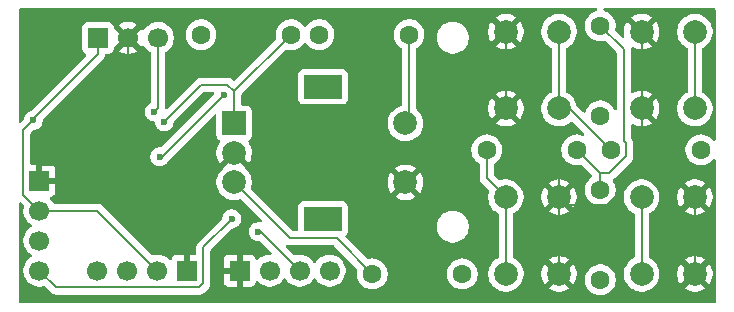
<source format=gbr>
%TF.GenerationSoftware,KiCad,Pcbnew,9.0.4*%
%TF.CreationDate,2025-08-23T10:29:59+02:00*%
%TF.ProjectId,i2c_hid,6932635f-6869-4642-9e6b-696361645f70,rev?*%
%TF.SameCoordinates,Original*%
%TF.FileFunction,Copper,L2,Bot*%
%TF.FilePolarity,Positive*%
%FSLAX46Y46*%
G04 Gerber Fmt 4.6, Leading zero omitted, Abs format (unit mm)*
G04 Created by KiCad (PCBNEW 9.0.4) date 2025-08-23 10:29:59*
%MOMM*%
%LPD*%
G01*
G04 APERTURE LIST*
%TA.AperFunction,ComponentPad*%
%ADD10R,2.000000X2.000000*%
%TD*%
%TA.AperFunction,ComponentPad*%
%ADD11C,2.000000*%
%TD*%
%TA.AperFunction,ComponentPad*%
%ADD12R,3.200000X2.000000*%
%TD*%
%TA.AperFunction,ComponentPad*%
%ADD13C,1.600000*%
%TD*%
%TA.AperFunction,ComponentPad*%
%ADD14R,1.700000X1.700000*%
%TD*%
%TA.AperFunction,ComponentPad*%
%ADD15C,1.700000*%
%TD*%
%TA.AperFunction,ViaPad*%
%ADD16C,0.600000*%
%TD*%
%TA.AperFunction,Conductor*%
%ADD17C,0.200000*%
%TD*%
G04 APERTURE END LIST*
D10*
%TO.P,SW1,A,A*%
%TO.N,Net-(U1-PA1)*%
X154000000Y-77250000D03*
D11*
%TO.P,SW1,B,B*%
%TO.N,Net-(U1-PA2)*%
X154000000Y-82250000D03*
%TO.P,SW1,C,C*%
%TO.N,GND*%
X154000000Y-79750000D03*
D12*
%TO.P,SW1,MP*%
%TO.N,N/C*%
X161500000Y-74150000D03*
X161500000Y-85350000D03*
D11*
%TO.P,SW1,S1,S1*%
%TO.N,GND*%
X168500000Y-82250000D03*
%TO.P,SW1,S2,S2*%
%TO.N,Net-(U1-PA3)*%
X168500000Y-77250000D03*
%TD*%
D13*
%TO.P,R9,1*%
%TO.N,VCC*%
X185000000Y-82880000D03*
%TO.P,R9,2*%
%TO.N,Net-(U1-PC2)*%
X185000000Y-90500000D03*
%TD*%
%TO.P,R8,1*%
%TO.N,VCC*%
X185000000Y-69000000D03*
%TO.P,R8,2*%
%TO.N,Net-(U1-PC1)*%
X185000000Y-76620000D03*
%TD*%
D11*
%TO.P,SW6,1,1*%
%TO.N,GND*%
X181500000Y-83500000D03*
X181500000Y-90000000D03*
%TO.P,SW6,2,2*%
%TO.N,Net-(U1-PC3)*%
X177000000Y-83500000D03*
X177000000Y-90000000D03*
%TD*%
D14*
%TO.P,J2,1,Pin_1*%
%TO.N,GND*%
X137500000Y-82110000D03*
D15*
%TO.P,J2,2,Pin_2*%
%TO.N,VCC*%
X137500000Y-84650000D03*
%TO.P,J2,3,Pin_3*%
%TO.N,Net-(J2-Pin_3)*%
X137500000Y-87190000D03*
%TO.P,J2,4,Pin_4*%
%TO.N,Net-(J2-Pin_4)*%
X137500000Y-89730000D03*
%TD*%
D13*
%TO.P,R10,1*%
%TO.N,VCC*%
X183000000Y-79500000D03*
%TO.P,R10,2*%
%TO.N,Net-(U1-PC3)*%
X175380000Y-79500000D03*
%TD*%
%TO.P,R3,1*%
%TO.N,VCC*%
X161190000Y-69750000D03*
%TO.P,R3,2*%
%TO.N,Net-(U1-PA3)*%
X168810000Y-69750000D03*
%TD*%
%TO.P,R2,1*%
%TO.N,VCC*%
X173310000Y-90000000D03*
%TO.P,R2,2*%
%TO.N,Net-(U1-PA2)*%
X165690000Y-90000000D03*
%TD*%
%TO.P,R1,1*%
%TO.N,VCC*%
X151190000Y-69750000D03*
%TO.P,R1,2*%
%TO.N,Net-(U1-PA1)*%
X158810000Y-69750000D03*
%TD*%
%TO.P,R7,1*%
%TO.N,VCC*%
X193500000Y-79500000D03*
%TO.P,R7,2*%
%TO.N,Net-(U1-PC0)*%
X185880000Y-79500000D03*
%TD*%
D14*
%TO.P,J4,1,Pin_1*%
%TO.N,GND*%
X154460000Y-89730000D03*
D15*
%TO.P,J4,2,Pin_2*%
%TO.N,VCC*%
X157000000Y-89730000D03*
%TO.P,J4,3,Pin_3*%
%TO.N,Net-(J4-Pin_3)*%
X159540000Y-89730000D03*
%TO.P,J4,4,Pin_4*%
%TO.N,Net-(J4-Pin_4)*%
X162080000Y-89730000D03*
%TD*%
D14*
%TO.P,J3,1,Pin_1*%
%TO.N,GND*%
X150040000Y-89730000D03*
D15*
%TO.P,J3,2,Pin_2*%
%TO.N,VCC*%
X147500000Y-89730000D03*
%TO.P,J3,3,Pin_3*%
%TO.N,Net-(J3-Pin_3)*%
X144960000Y-89730000D03*
%TO.P,J3,4,Pin_4*%
%TO.N,Net-(J3-Pin_4)*%
X142420000Y-89730000D03*
%TD*%
D11*
%TO.P,SW4,1,1*%
%TO.N,GND*%
X188500000Y-76000000D03*
X188500000Y-69500000D03*
%TO.P,SW4,2,2*%
%TO.N,Net-(U1-PC1)*%
X193000000Y-76000000D03*
X193000000Y-69500000D03*
%TD*%
%TO.P,SW5,1,1*%
%TO.N,GND*%
X193000000Y-83500000D03*
X193000000Y-90000000D03*
%TO.P,SW5,2,2*%
%TO.N,Net-(U1-PC2)*%
X188500000Y-83500000D03*
X188500000Y-90000000D03*
%TD*%
D14*
%TO.P,J1,1,Pin_1*%
%TO.N,VCC*%
X142460000Y-70020000D03*
D15*
%TO.P,J1,2,Pin_2*%
%TO.N,GND*%
X145000000Y-70020000D03*
%TO.P,J1,3,Pin_3*%
%TO.N,Net-(J1-Pin_3)*%
X147540000Y-70020000D03*
%TD*%
D11*
%TO.P,SW2,1,1*%
%TO.N,GND*%
X177000000Y-76000000D03*
X177000000Y-69500000D03*
%TO.P,SW2,2,2*%
%TO.N,Net-(U1-PC0)*%
X181500000Y-76000000D03*
X181500000Y-69500000D03*
%TD*%
D16*
%TO.N,Net-(J4-Pin_3)*%
X156050000Y-86423900D03*
%TO.N,Net-(U1-PC3)*%
X153125100Y-74825000D03*
X147689200Y-80095500D03*
%TO.N,Net-(U1-PA1)*%
X148067300Y-77108200D03*
%TO.N,Net-(J2-Pin_4)*%
X153783600Y-85344300D03*
%TO.N,VCC*%
X136980000Y-77000000D03*
%TO.N,Net-(J1-Pin_3)*%
X147247100Y-76286400D03*
%TD*%
D17*
%TO.N,Net-(J4-Pin_3)*%
X156233900Y-86423900D02*
X159540000Y-89730000D01*
X156050000Y-86423900D02*
X156233900Y-86423900D01*
%TO.N,Net-(U1-PC3)*%
X175380000Y-81880000D02*
X175380000Y-79500000D01*
X177000000Y-83500000D02*
X175380000Y-81880000D01*
X177000000Y-83500000D02*
X177000000Y-90000000D01*
X147854600Y-80095500D02*
X147689200Y-80095500D01*
X153125100Y-74825000D02*
X147854600Y-80095500D01*
%TO.N,Net-(U1-PC2)*%
X188500000Y-83500000D02*
X188500000Y-90000000D01*
%TO.N,Net-(U1-PC1)*%
X193000000Y-76000000D02*
X193000000Y-69500000D01*
%TO.N,Net-(U1-PC0)*%
X181500000Y-69500000D02*
X181500000Y-76000000D01*
X182380000Y-76000000D02*
X185880000Y-79500000D01*
X181500000Y-76000000D02*
X182380000Y-76000000D01*
%TO.N,Net-(U1-PA3)*%
X168810000Y-76940000D02*
X168810000Y-69750000D01*
X168500000Y-77250000D02*
X168810000Y-76940000D01*
%TO.N,Net-(U1-PA2)*%
X162666300Y-86976300D02*
X165690000Y-90000000D01*
X158726300Y-86976300D02*
X162666300Y-86976300D01*
X154000000Y-82250000D02*
X158726300Y-86976300D01*
%TO.N,Net-(U1-PA1)*%
X158810000Y-69750000D02*
X154000000Y-74560000D01*
X154000000Y-77250000D02*
X154000000Y-74560000D01*
X151184700Y-73990800D02*
X148067300Y-77108200D01*
X153430800Y-73990800D02*
X151184700Y-73990800D01*
X154000000Y-74560000D02*
X153430800Y-73990800D01*
%TO.N,Net-(J2-Pin_4)*%
X151391700Y-87736200D02*
X153783600Y-85344300D01*
X151391700Y-90788500D02*
X151391700Y-87736200D01*
X151031600Y-91148600D02*
X151391700Y-90788500D01*
X138918600Y-91148600D02*
X151031600Y-91148600D01*
X137500000Y-89730000D02*
X138918600Y-91148600D01*
%TO.N,VCC*%
X142460000Y-70020000D02*
X142460000Y-71371700D01*
X142420000Y-84650000D02*
X137500000Y-84650000D01*
X147500000Y-89730000D02*
X142420000Y-84650000D01*
X186998300Y-70998300D02*
X185000000Y-69000000D01*
X186998300Y-78777400D02*
X186998300Y-70998300D01*
X187183900Y-78963000D02*
X186998300Y-78777400D01*
X187183900Y-80048600D02*
X187183900Y-78963000D01*
X185732500Y-81500000D02*
X187183900Y-80048600D01*
X185000000Y-81500000D02*
X185732500Y-81500000D01*
X183000000Y-79500000D02*
X185000000Y-81500000D01*
X185000000Y-81500000D02*
X185000000Y-82880000D01*
X136148300Y-77831700D02*
X136980000Y-77000000D01*
X136148300Y-83298300D02*
X136148300Y-77831700D01*
X137500000Y-84650000D02*
X136148300Y-83298300D01*
X136980000Y-76851700D02*
X136980000Y-77000000D01*
X142460000Y-71371700D02*
X136980000Y-76851700D01*
%TO.N,GND*%
X137500000Y-82110000D02*
X137500000Y-80758300D01*
X177000000Y-76000000D02*
X177000000Y-69500000D01*
X181500000Y-80500000D02*
X177000000Y-76000000D01*
X181500000Y-83500000D02*
X181500000Y-80500000D01*
X188500000Y-69500000D02*
X188500000Y-76000000D01*
X193000000Y-90000000D02*
X193000000Y-83500000D01*
X188535800Y-79035800D02*
X188535800Y-81208700D01*
X188500000Y-79000000D02*
X188535800Y-79035800D01*
X188500000Y-76000000D02*
X188500000Y-79000000D01*
X181500000Y-90000000D02*
X181500000Y-84212200D01*
X181500000Y-84212200D02*
X181500000Y-83500000D01*
X190708700Y-81208700D02*
X193000000Y-83500000D01*
X188535800Y-81208700D02*
X190708700Y-81208700D01*
X185532300Y-84212200D02*
X181500000Y-84212200D01*
X188535800Y-81208700D02*
X185532300Y-84212200D01*
X137500000Y-80758300D02*
X145000000Y-80758300D01*
X145000000Y-80758300D02*
X145000000Y-70020000D01*
X147951700Y-83710000D02*
X145000000Y-80758300D01*
X150040000Y-83710000D02*
X147951700Y-83710000D01*
X154000000Y-79750000D02*
X150040000Y-83710000D01*
X150040000Y-83710000D02*
X150040000Y-89730000D01*
%TO.N,Net-(J1-Pin_3)*%
X147540000Y-75993500D02*
X147540000Y-70020000D01*
X147247100Y-76286400D02*
X147540000Y-75993500D01*
%TD*%
%TA.AperFunction,Conductor*%
%TO.N,GND*%
G36*
X184690614Y-67520185D02*
G01*
X184736369Y-67572989D01*
X184746313Y-67642147D01*
X184717288Y-67705703D01*
X184661894Y-67742431D01*
X184500776Y-67794781D01*
X184318386Y-67887715D01*
X184152786Y-68008028D01*
X184008028Y-68152786D01*
X183887715Y-68318386D01*
X183794781Y-68500776D01*
X183731522Y-68695465D01*
X183699500Y-68897648D01*
X183699500Y-69102351D01*
X183731522Y-69304534D01*
X183794781Y-69499223D01*
X183855349Y-69618092D01*
X183887450Y-69681094D01*
X183887715Y-69681613D01*
X184008028Y-69847213D01*
X184152786Y-69991971D01*
X184268439Y-70075996D01*
X184318390Y-70112287D01*
X184434607Y-70171503D01*
X184500776Y-70205218D01*
X184500778Y-70205218D01*
X184500781Y-70205220D01*
X184605137Y-70239127D01*
X184695465Y-70268477D01*
X184762466Y-70279089D01*
X184897648Y-70300500D01*
X184897649Y-70300500D01*
X185102351Y-70300500D01*
X185102352Y-70300500D01*
X185304534Y-70268477D01*
X185318842Y-70263827D01*
X185388682Y-70261831D01*
X185444842Y-70294077D01*
X186361481Y-71210716D01*
X186394966Y-71272039D01*
X186397800Y-71298397D01*
X186397800Y-75982242D01*
X186378115Y-76049281D01*
X186325311Y-76095036D01*
X186256153Y-76104980D01*
X186192597Y-76075955D01*
X186163315Y-76038537D01*
X186146424Y-76005388D01*
X186112287Y-75938390D01*
X186094889Y-75914443D01*
X185991971Y-75772786D01*
X185847213Y-75628028D01*
X185681613Y-75507715D01*
X185681612Y-75507714D01*
X185681610Y-75507713D01*
X185596804Y-75464502D01*
X185499223Y-75414781D01*
X185304534Y-75351522D01*
X185129995Y-75323878D01*
X185102352Y-75319500D01*
X184897648Y-75319500D01*
X184873329Y-75323351D01*
X184695465Y-75351522D01*
X184500776Y-75414781D01*
X184318386Y-75507715D01*
X184152786Y-75628028D01*
X184008028Y-75772786D01*
X183887715Y-75938386D01*
X183794781Y-76120776D01*
X183748236Y-76264027D01*
X183708798Y-76321702D01*
X183644439Y-76348900D01*
X183575593Y-76336985D01*
X183542624Y-76313389D01*
X183008167Y-75778932D01*
X182974682Y-75717609D01*
X182973381Y-75710688D01*
X182963553Y-75648632D01*
X182956858Y-75628028D01*
X182917765Y-75507713D01*
X182890568Y-75424008D01*
X182890566Y-75424005D01*
X182890566Y-75424003D01*
X182783477Y-75213830D01*
X182783343Y-75213567D01*
X182644517Y-75022490D01*
X182477510Y-74855483D01*
X182327038Y-74746158D01*
X182286431Y-74716655D01*
X182168204Y-74656415D01*
X182117409Y-74608441D01*
X182100500Y-74545931D01*
X182100500Y-70954067D01*
X182120185Y-70887028D01*
X182168205Y-70843582D01*
X182286433Y-70783343D01*
X182477510Y-70644517D01*
X182644517Y-70477510D01*
X182783343Y-70286433D01*
X182890568Y-70075992D01*
X182963553Y-69851368D01*
X182967411Y-69827007D01*
X183000500Y-69618097D01*
X183000500Y-69381902D01*
X182963553Y-69148631D01*
X182899013Y-68950000D01*
X182890568Y-68924008D01*
X182890566Y-68924005D01*
X182890566Y-68924003D01*
X182833727Y-68812452D01*
X182783343Y-68713567D01*
X182644517Y-68522490D01*
X182477510Y-68355483D01*
X182286433Y-68216657D01*
X182075996Y-68109433D01*
X181851368Y-68036446D01*
X181618097Y-67999500D01*
X181618092Y-67999500D01*
X181381908Y-67999500D01*
X181381903Y-67999500D01*
X181148631Y-68036446D01*
X180924003Y-68109433D01*
X180713566Y-68216657D01*
X180630047Y-68277338D01*
X180522490Y-68355483D01*
X180522488Y-68355485D01*
X180522487Y-68355485D01*
X180355485Y-68522487D01*
X180355485Y-68522488D01*
X180355483Y-68522490D01*
X180339288Y-68544781D01*
X180216657Y-68713566D01*
X180109433Y-68924003D01*
X180036446Y-69148631D01*
X179999500Y-69381902D01*
X179999500Y-69618097D01*
X180036446Y-69851368D01*
X180109433Y-70075996D01*
X180204122Y-70261831D01*
X180216657Y-70286433D01*
X180355483Y-70477510D01*
X180522490Y-70644517D01*
X180656615Y-70741965D01*
X180713568Y-70783344D01*
X180753946Y-70803917D01*
X180831794Y-70843582D01*
X180882590Y-70891556D01*
X180899500Y-70954067D01*
X180899500Y-74545931D01*
X180879815Y-74612970D01*
X180831796Y-74656415D01*
X180713568Y-74716655D01*
X180586833Y-74808735D01*
X180522490Y-74855483D01*
X180522488Y-74855485D01*
X180522487Y-74855485D01*
X180355485Y-75022487D01*
X180355485Y-75022488D01*
X180355483Y-75022490D01*
X180295862Y-75104550D01*
X180216657Y-75213566D01*
X180109433Y-75424003D01*
X180036446Y-75648631D01*
X179999500Y-75881902D01*
X179999500Y-76118097D01*
X180036446Y-76351368D01*
X180109433Y-76575996D01*
X180184006Y-76722352D01*
X180216657Y-76786433D01*
X180355483Y-76977510D01*
X180522490Y-77144517D01*
X180713567Y-77283343D01*
X180753944Y-77303916D01*
X180924003Y-77390566D01*
X180924005Y-77390566D01*
X180924008Y-77390568D01*
X181035069Y-77426654D01*
X181148631Y-77463553D01*
X181381903Y-77500500D01*
X181381908Y-77500500D01*
X181618097Y-77500500D01*
X181851368Y-77463553D01*
X181852870Y-77463065D01*
X182075992Y-77390568D01*
X182286433Y-77283343D01*
X182477510Y-77144517D01*
X182488715Y-77133312D01*
X182550038Y-77099827D01*
X182619730Y-77104811D01*
X182664077Y-77133312D01*
X183617389Y-78086624D01*
X183650874Y-78147947D01*
X183645890Y-78217639D01*
X183604018Y-78273572D01*
X183538554Y-78297989D01*
X183491390Y-78292236D01*
X183304536Y-78231523D01*
X183142898Y-78205922D01*
X183102352Y-78199500D01*
X182897648Y-78199500D01*
X182873329Y-78203351D01*
X182695465Y-78231522D01*
X182500776Y-78294781D01*
X182318386Y-78387715D01*
X182152786Y-78508028D01*
X182152782Y-78508032D01*
X182008035Y-78652780D01*
X182008028Y-78652786D01*
X181887715Y-78818386D01*
X181794781Y-79000776D01*
X181731522Y-79195465D01*
X181699500Y-79397648D01*
X181699500Y-79602351D01*
X181731522Y-79804534D01*
X181794781Y-79999223D01*
X181858691Y-80124653D01*
X181872200Y-80151165D01*
X181887715Y-80181613D01*
X182008028Y-80347213D01*
X182152786Y-80491971D01*
X182307749Y-80604556D01*
X182318390Y-80612287D01*
X182399499Y-80653614D01*
X182500776Y-80705218D01*
X182500778Y-80705218D01*
X182500781Y-80705220D01*
X182537926Y-80717289D01*
X182695465Y-80768477D01*
X182729408Y-80773853D01*
X182897648Y-80800500D01*
X182897649Y-80800500D01*
X183102351Y-80800500D01*
X183102352Y-80800500D01*
X183304534Y-80768477D01*
X183318842Y-80763827D01*
X183388682Y-80761831D01*
X183444842Y-80794077D01*
X184273698Y-81622933D01*
X184307183Y-81684256D01*
X184302199Y-81753948D01*
X184260327Y-81809881D01*
X184258902Y-81810932D01*
X184152787Y-81888028D01*
X184152782Y-81888032D01*
X184008028Y-82032786D01*
X183887715Y-82198386D01*
X183794781Y-82380776D01*
X183731522Y-82575465D01*
X183699500Y-82777648D01*
X183699500Y-82982351D01*
X183731522Y-83184534D01*
X183794781Y-83379223D01*
X183887715Y-83561613D01*
X184008028Y-83727213D01*
X184152786Y-83871971D01*
X184275899Y-83961416D01*
X184318390Y-83992287D01*
X184392043Y-84029815D01*
X184500776Y-84085218D01*
X184500778Y-84085218D01*
X184500781Y-84085220D01*
X184569857Y-84107664D01*
X184695465Y-84148477D01*
X184796557Y-84164488D01*
X184897648Y-84180500D01*
X184897649Y-84180500D01*
X185102351Y-84180500D01*
X185102352Y-84180500D01*
X185304534Y-84148477D01*
X185499219Y-84085220D01*
X185681610Y-83992287D01*
X185774590Y-83924732D01*
X185847213Y-83871971D01*
X185847215Y-83871968D01*
X185847219Y-83871966D01*
X185991966Y-83727219D01*
X185991968Y-83727215D01*
X185991971Y-83727213D01*
X186054921Y-83640568D01*
X186112287Y-83561610D01*
X186203853Y-83381902D01*
X186999500Y-83381902D01*
X186999500Y-83618097D01*
X187036446Y-83851368D01*
X187109433Y-84075996D01*
X187214033Y-84281284D01*
X187216657Y-84286433D01*
X187355483Y-84477510D01*
X187522490Y-84644517D01*
X187575119Y-84682754D01*
X187713568Y-84783344D01*
X187788177Y-84821358D01*
X187831794Y-84843582D01*
X187882590Y-84891556D01*
X187899500Y-84954067D01*
X187899500Y-88545931D01*
X187879815Y-88612970D01*
X187831796Y-88656415D01*
X187713568Y-88716655D01*
X187630044Y-88777340D01*
X187522490Y-88855483D01*
X187522488Y-88855485D01*
X187522487Y-88855485D01*
X187355485Y-89022487D01*
X187355485Y-89022488D01*
X187355483Y-89022490D01*
X187316607Y-89075998D01*
X187216657Y-89213566D01*
X187109433Y-89424003D01*
X187036446Y-89648631D01*
X186999500Y-89881902D01*
X186999500Y-90118097D01*
X187036446Y-90351368D01*
X187109433Y-90575996D01*
X187203242Y-90760104D01*
X187216657Y-90786433D01*
X187355483Y-90977510D01*
X187522490Y-91144517D01*
X187713567Y-91283343D01*
X187747240Y-91300500D01*
X187924003Y-91390566D01*
X187924005Y-91390566D01*
X187924008Y-91390568D01*
X188044412Y-91429689D01*
X188148631Y-91463553D01*
X188381903Y-91500500D01*
X188381908Y-91500500D01*
X188618097Y-91500500D01*
X188851368Y-91463553D01*
X188852870Y-91463065D01*
X189075992Y-91390568D01*
X189286433Y-91283343D01*
X189477510Y-91144517D01*
X189644517Y-90977510D01*
X189783343Y-90786433D01*
X189890568Y-90575992D01*
X189963553Y-90351368D01*
X189970971Y-90304534D01*
X190000500Y-90118097D01*
X190000500Y-89881947D01*
X191500000Y-89881947D01*
X191500000Y-90118052D01*
X191536934Y-90351247D01*
X191609897Y-90575802D01*
X191717087Y-90786174D01*
X191777338Y-90869104D01*
X191777340Y-90869105D01*
X192476212Y-90170233D01*
X192487482Y-90212292D01*
X192559890Y-90337708D01*
X192662292Y-90440110D01*
X192787708Y-90512518D01*
X192829765Y-90523787D01*
X192130893Y-91222658D01*
X192213828Y-91282914D01*
X192424197Y-91390102D01*
X192648752Y-91463065D01*
X192648751Y-91463065D01*
X192881948Y-91500000D01*
X193118052Y-91500000D01*
X193351247Y-91463065D01*
X193575802Y-91390102D01*
X193786163Y-91282918D01*
X193786169Y-91282914D01*
X193869104Y-91222658D01*
X193869105Y-91222658D01*
X193170233Y-90523787D01*
X193212292Y-90512518D01*
X193337708Y-90440110D01*
X193440110Y-90337708D01*
X193512518Y-90212292D01*
X193523787Y-90170233D01*
X194222658Y-90869105D01*
X194222658Y-90869104D01*
X194282914Y-90786169D01*
X194282918Y-90786163D01*
X194390102Y-90575802D01*
X194463065Y-90351247D01*
X194500000Y-90118052D01*
X194500000Y-89881947D01*
X194463065Y-89648752D01*
X194390102Y-89424197D01*
X194282914Y-89213828D01*
X194222658Y-89130894D01*
X194222658Y-89130893D01*
X193523787Y-89829765D01*
X193512518Y-89787708D01*
X193440110Y-89662292D01*
X193337708Y-89559890D01*
X193212292Y-89487482D01*
X193170234Y-89476212D01*
X193869105Y-88777340D01*
X193869104Y-88777338D01*
X193786174Y-88717087D01*
X193575802Y-88609897D01*
X193351247Y-88536934D01*
X193351248Y-88536934D01*
X193118052Y-88500000D01*
X192881948Y-88500000D01*
X192648752Y-88536934D01*
X192424197Y-88609897D01*
X192213830Y-88717084D01*
X192130894Y-88777340D01*
X192829766Y-89476212D01*
X192787708Y-89487482D01*
X192662292Y-89559890D01*
X192559890Y-89662292D01*
X192487482Y-89787708D01*
X192476212Y-89829766D01*
X191777340Y-89130894D01*
X191717084Y-89213830D01*
X191609897Y-89424197D01*
X191536934Y-89648752D01*
X191500000Y-89881947D01*
X190000500Y-89881947D01*
X190000500Y-89881902D01*
X189963553Y-89648631D01*
X189915513Y-89500781D01*
X189890568Y-89424008D01*
X189890566Y-89424005D01*
X189890566Y-89424003D01*
X189834002Y-89312991D01*
X189783343Y-89213567D01*
X189644517Y-89022490D01*
X189477510Y-88855483D01*
X189316035Y-88738164D01*
X189286431Y-88716655D01*
X189168204Y-88656415D01*
X189117409Y-88608441D01*
X189100500Y-88545931D01*
X189100500Y-84954067D01*
X189120185Y-84887028D01*
X189168205Y-84843582D01*
X189286433Y-84783343D01*
X189477510Y-84644517D01*
X189644517Y-84477510D01*
X189783343Y-84286433D01*
X189890568Y-84075992D01*
X189963553Y-83851368D01*
X189975043Y-83778821D01*
X190000500Y-83618097D01*
X190000500Y-83381947D01*
X191500000Y-83381947D01*
X191500000Y-83618052D01*
X191536934Y-83851247D01*
X191609897Y-84075802D01*
X191717087Y-84286174D01*
X191777338Y-84369104D01*
X191777340Y-84369105D01*
X192476212Y-83670233D01*
X192487482Y-83712292D01*
X192559890Y-83837708D01*
X192662292Y-83940110D01*
X192787708Y-84012518D01*
X192829765Y-84023787D01*
X192130893Y-84722658D01*
X192213828Y-84782914D01*
X192424197Y-84890102D01*
X192648752Y-84963065D01*
X192648751Y-84963065D01*
X192881948Y-85000000D01*
X193118052Y-85000000D01*
X193351247Y-84963065D01*
X193575802Y-84890102D01*
X193786163Y-84782918D01*
X193786169Y-84782914D01*
X193869104Y-84722658D01*
X193869105Y-84722658D01*
X193170233Y-84023787D01*
X193212292Y-84012518D01*
X193337708Y-83940110D01*
X193440110Y-83837708D01*
X193512518Y-83712292D01*
X193523787Y-83670233D01*
X194222658Y-84369105D01*
X194222658Y-84369104D01*
X194282914Y-84286169D01*
X194282918Y-84286163D01*
X194390102Y-84075802D01*
X194463065Y-83851247D01*
X194500000Y-83618052D01*
X194500000Y-83381947D01*
X194463065Y-83148752D01*
X194390102Y-82924197D01*
X194282914Y-82713828D01*
X194222658Y-82630894D01*
X194222658Y-82630893D01*
X193523787Y-83329765D01*
X193512518Y-83287708D01*
X193440110Y-83162292D01*
X193337708Y-83059890D01*
X193212292Y-82987482D01*
X193170234Y-82976212D01*
X193869105Y-82277340D01*
X193869104Y-82277338D01*
X193786174Y-82217087D01*
X193575802Y-82109897D01*
X193351247Y-82036934D01*
X193351248Y-82036934D01*
X193118052Y-82000000D01*
X192881948Y-82000000D01*
X192648752Y-82036934D01*
X192424197Y-82109897D01*
X192213830Y-82217084D01*
X192130894Y-82277340D01*
X192829766Y-82976212D01*
X192787708Y-82987482D01*
X192662292Y-83059890D01*
X192559890Y-83162292D01*
X192487482Y-83287708D01*
X192476212Y-83329766D01*
X191777340Y-82630894D01*
X191717084Y-82713830D01*
X191609897Y-82924197D01*
X191536934Y-83148752D01*
X191500000Y-83381947D01*
X190000500Y-83381947D01*
X190000500Y-83381902D01*
X189963553Y-83148631D01*
X189917808Y-83007844D01*
X189890568Y-82924008D01*
X189890566Y-82924005D01*
X189890566Y-82924003D01*
X189815994Y-82777648D01*
X189783343Y-82713567D01*
X189644517Y-82522490D01*
X189477510Y-82355483D01*
X189286433Y-82216657D01*
X189250574Y-82198386D01*
X189075996Y-82109433D01*
X188851368Y-82036446D01*
X188618097Y-81999500D01*
X188618092Y-81999500D01*
X188381908Y-81999500D01*
X188381903Y-81999500D01*
X188148631Y-82036446D01*
X187924003Y-82109433D01*
X187713566Y-82216657D01*
X187667674Y-82250000D01*
X187522490Y-82355483D01*
X187522488Y-82355485D01*
X187522487Y-82355485D01*
X187355485Y-82522487D01*
X187355485Y-82522488D01*
X187355483Y-82522490D01*
X187330405Y-82557007D01*
X187216657Y-82713566D01*
X187109433Y-82924003D01*
X187036446Y-83148631D01*
X186999500Y-83381902D01*
X186203853Y-83381902D01*
X186205220Y-83379219D01*
X186268477Y-83184534D01*
X186300500Y-82982352D01*
X186300500Y-82777648D01*
X186272579Y-82601362D01*
X186268477Y-82575465D01*
X186225434Y-82442993D01*
X186205220Y-82380781D01*
X186205218Y-82380778D01*
X186205218Y-82380776D01*
X186112288Y-82198392D01*
X186112284Y-82198386D01*
X186077691Y-82150772D01*
X186066137Y-82118389D01*
X186054288Y-82086179D01*
X186054424Y-82085564D01*
X186054213Y-82084971D01*
X186061994Y-82051506D01*
X186069448Y-82017974D01*
X186069919Y-82017425D01*
X186070038Y-82016917D01*
X186090726Y-81989815D01*
X186098554Y-81982056D01*
X186101216Y-81980520D01*
X186213020Y-81868716D01*
X186213021Y-81868713D01*
X187664420Y-80417316D01*
X187743477Y-80280384D01*
X187784401Y-80127657D01*
X187784401Y-79969542D01*
X187784401Y-79961947D01*
X187784400Y-79961929D01*
X187784400Y-79052059D01*
X187784401Y-79052046D01*
X187784401Y-78883945D01*
X187784401Y-78883943D01*
X187743477Y-78731215D01*
X187698193Y-78652781D01*
X187664420Y-78594284D01*
X187628303Y-78558167D01*
X187622622Y-78550379D01*
X187613943Y-78526203D01*
X187601634Y-78503660D01*
X187599830Y-78486887D01*
X187599016Y-78484618D01*
X187599405Y-78482930D01*
X187598800Y-78477302D01*
X187598800Y-77426654D01*
X187618485Y-77359615D01*
X187671289Y-77313860D01*
X187740447Y-77303916D01*
X187779095Y-77316169D01*
X187924197Y-77390102D01*
X188148752Y-77463065D01*
X188148751Y-77463065D01*
X188381948Y-77500000D01*
X188618052Y-77500000D01*
X188851247Y-77463065D01*
X189075802Y-77390102D01*
X189286163Y-77282918D01*
X189286169Y-77282914D01*
X189369104Y-77222658D01*
X189369105Y-77222658D01*
X188670234Y-76523787D01*
X188712292Y-76512518D01*
X188837708Y-76440110D01*
X188940110Y-76337708D01*
X189012518Y-76212292D01*
X189023787Y-76170233D01*
X189722658Y-76869105D01*
X189722658Y-76869104D01*
X189782914Y-76786169D01*
X189782918Y-76786163D01*
X189890102Y-76575802D01*
X189963065Y-76351247D01*
X190000000Y-76118052D01*
X190000000Y-75881947D01*
X189963065Y-75648752D01*
X189890102Y-75424197D01*
X189782914Y-75213828D01*
X189722658Y-75130894D01*
X189722658Y-75130893D01*
X189023787Y-75829765D01*
X189012518Y-75787708D01*
X188940110Y-75662292D01*
X188837708Y-75559890D01*
X188712292Y-75487482D01*
X188670233Y-75476212D01*
X189369105Y-74777340D01*
X189369104Y-74777338D01*
X189286174Y-74717087D01*
X189075802Y-74609897D01*
X188851247Y-74536934D01*
X188851248Y-74536934D01*
X188618052Y-74500000D01*
X188381948Y-74500000D01*
X188148752Y-74536934D01*
X187924197Y-74609897D01*
X187779095Y-74683830D01*
X187710425Y-74696726D01*
X187645685Y-74670449D01*
X187605428Y-74613343D01*
X187598800Y-74573345D01*
X187598800Y-71087358D01*
X187598800Y-71077359D01*
X187598801Y-71077357D01*
X187598801Y-70926654D01*
X187618486Y-70859615D01*
X187671290Y-70813860D01*
X187731754Y-70805166D01*
X187740448Y-70803917D01*
X187740449Y-70803917D01*
X187740451Y-70803918D01*
X187779096Y-70816170D01*
X187924197Y-70890102D01*
X188148752Y-70963065D01*
X188148751Y-70963065D01*
X188381948Y-71000000D01*
X188618052Y-71000000D01*
X188851247Y-70963065D01*
X189075802Y-70890102D01*
X189286163Y-70782918D01*
X189286169Y-70782914D01*
X189369104Y-70722658D01*
X189369105Y-70722658D01*
X188670233Y-70023787D01*
X188712292Y-70012518D01*
X188837708Y-69940110D01*
X188940110Y-69837708D01*
X189012518Y-69712292D01*
X189023787Y-69670233D01*
X189722658Y-70369105D01*
X189722658Y-70369104D01*
X189782914Y-70286169D01*
X189782918Y-70286163D01*
X189890102Y-70075802D01*
X189963065Y-69851247D01*
X190000000Y-69618052D01*
X190000000Y-69381947D01*
X189999993Y-69381902D01*
X191499500Y-69381902D01*
X191499500Y-69618097D01*
X191536446Y-69851368D01*
X191609433Y-70075996D01*
X191704122Y-70261831D01*
X191716657Y-70286433D01*
X191855483Y-70477510D01*
X192022490Y-70644517D01*
X192156615Y-70741965D01*
X192213568Y-70783344D01*
X192253946Y-70803917D01*
X192331794Y-70843582D01*
X192382590Y-70891556D01*
X192399500Y-70954067D01*
X192399500Y-74545931D01*
X192379815Y-74612970D01*
X192331796Y-74656415D01*
X192213568Y-74716655D01*
X192086833Y-74808735D01*
X192022490Y-74855483D01*
X192022488Y-74855485D01*
X192022487Y-74855485D01*
X191855485Y-75022487D01*
X191855485Y-75022488D01*
X191855483Y-75022490D01*
X191795862Y-75104550D01*
X191716657Y-75213566D01*
X191609433Y-75424003D01*
X191536446Y-75648631D01*
X191499500Y-75881902D01*
X191499500Y-76118097D01*
X191536446Y-76351368D01*
X191609433Y-76575996D01*
X191684006Y-76722352D01*
X191716657Y-76786433D01*
X191855483Y-76977510D01*
X192022490Y-77144517D01*
X192213567Y-77283343D01*
X192253944Y-77303916D01*
X192424003Y-77390566D01*
X192424005Y-77390566D01*
X192424008Y-77390568D01*
X192535069Y-77426654D01*
X192648631Y-77463553D01*
X192881903Y-77500500D01*
X192881908Y-77500500D01*
X193118097Y-77500500D01*
X193351368Y-77463553D01*
X193352870Y-77463065D01*
X193575992Y-77390568D01*
X193786433Y-77283343D01*
X193977510Y-77144517D01*
X194144517Y-76977510D01*
X194283343Y-76786433D01*
X194390568Y-76575992D01*
X194463553Y-76351368D01*
X194476046Y-76272490D01*
X194500500Y-76118097D01*
X194500500Y-75881902D01*
X194463553Y-75648631D01*
X194417765Y-75507713D01*
X194390568Y-75424008D01*
X194390566Y-75424005D01*
X194390566Y-75424003D01*
X194283477Y-75213830D01*
X194283343Y-75213567D01*
X194144517Y-75022490D01*
X193977510Y-74855483D01*
X193827038Y-74746158D01*
X193786431Y-74716655D01*
X193668204Y-74656415D01*
X193617409Y-74608441D01*
X193600500Y-74545931D01*
X193600500Y-70954067D01*
X193620185Y-70887028D01*
X193668205Y-70843582D01*
X193786433Y-70783343D01*
X193977510Y-70644517D01*
X194144517Y-70477510D01*
X194283343Y-70286433D01*
X194390568Y-70075992D01*
X194463553Y-69851368D01*
X194467411Y-69827007D01*
X194500500Y-69618097D01*
X194500500Y-69381902D01*
X194463553Y-69148631D01*
X194399013Y-68950000D01*
X194390568Y-68924008D01*
X194390566Y-68924005D01*
X194390566Y-68924003D01*
X194333727Y-68812452D01*
X194283343Y-68713567D01*
X194144517Y-68522490D01*
X193977510Y-68355483D01*
X193786433Y-68216657D01*
X193575996Y-68109433D01*
X193351368Y-68036446D01*
X193118097Y-67999500D01*
X193118092Y-67999500D01*
X192881908Y-67999500D01*
X192881903Y-67999500D01*
X192648631Y-68036446D01*
X192424003Y-68109433D01*
X192213566Y-68216657D01*
X192130047Y-68277338D01*
X192022490Y-68355483D01*
X192022488Y-68355485D01*
X192022487Y-68355485D01*
X191855485Y-68522487D01*
X191855485Y-68522488D01*
X191855483Y-68522490D01*
X191839288Y-68544781D01*
X191716657Y-68713566D01*
X191609433Y-68924003D01*
X191536446Y-69148631D01*
X191499500Y-69381902D01*
X189999993Y-69381902D01*
X189963065Y-69148752D01*
X189890102Y-68924197D01*
X189782914Y-68713828D01*
X189722658Y-68630894D01*
X189722658Y-68630893D01*
X189023787Y-69329765D01*
X189012518Y-69287708D01*
X188940110Y-69162292D01*
X188837708Y-69059890D01*
X188712292Y-68987482D01*
X188670234Y-68976212D01*
X189369105Y-68277340D01*
X189369104Y-68277338D01*
X189286174Y-68217087D01*
X189075802Y-68109897D01*
X188851247Y-68036934D01*
X188851248Y-68036934D01*
X188618052Y-68000000D01*
X188381948Y-68000000D01*
X188148752Y-68036934D01*
X187924197Y-68109897D01*
X187713830Y-68217084D01*
X187630894Y-68277340D01*
X188329766Y-68976212D01*
X188287708Y-68987482D01*
X188162292Y-69059890D01*
X188059890Y-69162292D01*
X187987482Y-69287708D01*
X187976212Y-69329766D01*
X187277340Y-68630894D01*
X187217084Y-68713830D01*
X187109897Y-68924197D01*
X187036934Y-69148752D01*
X187000000Y-69381947D01*
X187000000Y-69618052D01*
X187036934Y-69851248D01*
X187039264Y-69858418D01*
X187041259Y-69928260D01*
X187005178Y-69988092D01*
X186942477Y-70018920D01*
X186873063Y-70010955D01*
X186833652Y-69984417D01*
X186294077Y-69444842D01*
X186260592Y-69383519D01*
X186263828Y-69318841D01*
X186265991Y-69312184D01*
X186268477Y-69304534D01*
X186300500Y-69102352D01*
X186300500Y-68897648D01*
X186295321Y-68864949D01*
X186268477Y-68695465D01*
X186219516Y-68544780D01*
X186205220Y-68500781D01*
X186205218Y-68500778D01*
X186205218Y-68500776D01*
X186144134Y-68380894D01*
X186112287Y-68318390D01*
X186112285Y-68318387D01*
X186112284Y-68318385D01*
X185991971Y-68152786D01*
X185847213Y-68008028D01*
X185681613Y-67887715D01*
X185681612Y-67887714D01*
X185681610Y-67887713D01*
X185624653Y-67858691D01*
X185499223Y-67794781D01*
X185338106Y-67742431D01*
X185280431Y-67702993D01*
X185253233Y-67638634D01*
X185265148Y-67569788D01*
X185312392Y-67518312D01*
X185376425Y-67500500D01*
X194625500Y-67500500D01*
X194692539Y-67520185D01*
X194738294Y-67572989D01*
X194749500Y-67624500D01*
X194749500Y-78625613D01*
X194729815Y-78692652D01*
X194677011Y-78738407D01*
X194607853Y-78748351D01*
X194544297Y-78719326D01*
X194525182Y-78698498D01*
X194491971Y-78652786D01*
X194347213Y-78508028D01*
X194181613Y-78387715D01*
X194181612Y-78387714D01*
X194181610Y-78387713D01*
X194122278Y-78357482D01*
X193999223Y-78294781D01*
X193804534Y-78231522D01*
X193629995Y-78203878D01*
X193602352Y-78199500D01*
X193397648Y-78199500D01*
X193373329Y-78203351D01*
X193195465Y-78231522D01*
X193000776Y-78294781D01*
X192818386Y-78387715D01*
X192652786Y-78508028D01*
X192652782Y-78508032D01*
X192508035Y-78652780D01*
X192508028Y-78652786D01*
X192387715Y-78818386D01*
X192294781Y-79000776D01*
X192231522Y-79195465D01*
X192199500Y-79397648D01*
X192199500Y-79602351D01*
X192231522Y-79804534D01*
X192294781Y-79999223D01*
X192358691Y-80124653D01*
X192372200Y-80151165D01*
X192387715Y-80181613D01*
X192508028Y-80347213D01*
X192652786Y-80491971D01*
X192807749Y-80604556D01*
X192818390Y-80612287D01*
X192899499Y-80653614D01*
X193000776Y-80705218D01*
X193000778Y-80705218D01*
X193000781Y-80705220D01*
X193037926Y-80717289D01*
X193195465Y-80768477D01*
X193229408Y-80773853D01*
X193397648Y-80800500D01*
X193397649Y-80800500D01*
X193602351Y-80800500D01*
X193602352Y-80800500D01*
X193804534Y-80768477D01*
X193999219Y-80705220D01*
X194181610Y-80612287D01*
X194274590Y-80544732D01*
X194347213Y-80491971D01*
X194347215Y-80491968D01*
X194347219Y-80491966D01*
X194491966Y-80347219D01*
X194492635Y-80346299D01*
X194525181Y-80301502D01*
X194580510Y-80258836D01*
X194650123Y-80252855D01*
X194711919Y-80285460D01*
X194746277Y-80346299D01*
X194749500Y-80374386D01*
X194749500Y-92375500D01*
X194729815Y-92442539D01*
X194677011Y-92488294D01*
X194625500Y-92499500D01*
X135874500Y-92499500D01*
X135807461Y-92479815D01*
X135761706Y-92427011D01*
X135750500Y-92375500D01*
X135750500Y-84049097D01*
X135770185Y-83982058D01*
X135822989Y-83936303D01*
X135892147Y-83926359D01*
X135955703Y-83955384D01*
X135962181Y-83961416D01*
X136166241Y-84165476D01*
X136199726Y-84226799D01*
X136196492Y-84291473D01*
X136182753Y-84333757D01*
X136159985Y-84477511D01*
X136149500Y-84543713D01*
X136149500Y-84756287D01*
X136159534Y-84819644D01*
X136182250Y-84963065D01*
X136182754Y-84966243D01*
X136232780Y-85120208D01*
X136248444Y-85168414D01*
X136344951Y-85357820D01*
X136469890Y-85529786D01*
X136620213Y-85680109D01*
X136792182Y-85805050D01*
X136800946Y-85809516D01*
X136851742Y-85857491D01*
X136868536Y-85925312D01*
X136845998Y-85991447D01*
X136800946Y-86030484D01*
X136792182Y-86034949D01*
X136620213Y-86159890D01*
X136469890Y-86310213D01*
X136344951Y-86482179D01*
X136248444Y-86671585D01*
X136182753Y-86873760D01*
X136149500Y-87083713D01*
X136149500Y-87296286D01*
X136182463Y-87504410D01*
X136182754Y-87506243D01*
X136243173Y-87692194D01*
X136248444Y-87708414D01*
X136344951Y-87897820D01*
X136469890Y-88069786D01*
X136620213Y-88220109D01*
X136792182Y-88345050D01*
X136800946Y-88349516D01*
X136851742Y-88397491D01*
X136868536Y-88465312D01*
X136845998Y-88531447D01*
X136800946Y-88570484D01*
X136792182Y-88574949D01*
X136620213Y-88699890D01*
X136469890Y-88850213D01*
X136344951Y-89022179D01*
X136248444Y-89211585D01*
X136182753Y-89413760D01*
X136149500Y-89623713D01*
X136149500Y-89836286D01*
X136182753Y-90046239D01*
X136182753Y-90046241D01*
X136182754Y-90046243D01*
X136237431Y-90214522D01*
X136248444Y-90248414D01*
X136344951Y-90437820D01*
X136469890Y-90609786D01*
X136620213Y-90760109D01*
X136792179Y-90885048D01*
X136792181Y-90885049D01*
X136792184Y-90885051D01*
X136981588Y-90981557D01*
X137183757Y-91047246D01*
X137393713Y-91080500D01*
X137393714Y-91080500D01*
X137606286Y-91080500D01*
X137606287Y-91080500D01*
X137816243Y-91047246D01*
X137858523Y-91033507D01*
X137928362Y-91031511D01*
X137984522Y-91063757D01*
X138433739Y-91512974D01*
X138433749Y-91512985D01*
X138438079Y-91517315D01*
X138438080Y-91517316D01*
X138549884Y-91629120D01*
X138549886Y-91629121D01*
X138549890Y-91629124D01*
X138681691Y-91705218D01*
X138686816Y-91708177D01*
X138798619Y-91738134D01*
X138839542Y-91749100D01*
X138839543Y-91749100D01*
X150944931Y-91749100D01*
X150944947Y-91749101D01*
X150952543Y-91749101D01*
X151110654Y-91749101D01*
X151110657Y-91749101D01*
X151263385Y-91708177D01*
X151313504Y-91679239D01*
X151400316Y-91629120D01*
X151512120Y-91517316D01*
X151512120Y-91517314D01*
X151522328Y-91507107D01*
X151522330Y-91507104D01*
X151750206Y-91279228D01*
X151750211Y-91279224D01*
X151760414Y-91269020D01*
X151760416Y-91269020D01*
X151872220Y-91157216D01*
X151935711Y-91047246D01*
X151949505Y-91023354D01*
X151951276Y-91020287D01*
X151951277Y-91020285D01*
X151992200Y-90867558D01*
X151992200Y-90709443D01*
X151992200Y-88036297D01*
X152011885Y-87969258D01*
X152028519Y-87948616D01*
X152893422Y-87083713D01*
X153798262Y-86178872D01*
X153859583Y-86145389D01*
X153861750Y-86144938D01*
X153919685Y-86133413D01*
X154017097Y-86114037D01*
X154162779Y-86053694D01*
X154293889Y-85966089D01*
X154405389Y-85854589D01*
X154492994Y-85723479D01*
X154496710Y-85714509D01*
X154521706Y-85654161D01*
X154553337Y-85577797D01*
X154584100Y-85423142D01*
X154584100Y-85265458D01*
X154584100Y-85265455D01*
X154584099Y-85265453D01*
X154581125Y-85250500D01*
X154553337Y-85110803D01*
X154553335Y-85110798D01*
X154492997Y-84965127D01*
X154492990Y-84965114D01*
X154405389Y-84834011D01*
X154405386Y-84834007D01*
X154293892Y-84722513D01*
X154293888Y-84722510D01*
X154162785Y-84634909D01*
X154162772Y-84634902D01*
X154017101Y-84574564D01*
X154017089Y-84574561D01*
X153862445Y-84543800D01*
X153862442Y-84543800D01*
X153704758Y-84543800D01*
X153704755Y-84543800D01*
X153550110Y-84574561D01*
X153550098Y-84574564D01*
X153404427Y-84634902D01*
X153404414Y-84634909D01*
X153273311Y-84722510D01*
X153273307Y-84722513D01*
X153161813Y-84834007D01*
X153161810Y-84834011D01*
X153074209Y-84965114D01*
X153074202Y-84965127D01*
X153013864Y-85110798D01*
X153013861Y-85110808D01*
X152982961Y-85266150D01*
X152950576Y-85328061D01*
X152949025Y-85329639D01*
X150911181Y-87367482D01*
X150911179Y-87367485D01*
X150861061Y-87454294D01*
X150861059Y-87454296D01*
X150832125Y-87504409D01*
X150832124Y-87504410D01*
X150816244Y-87563672D01*
X150791199Y-87657143D01*
X150791199Y-87657145D01*
X150791199Y-87825246D01*
X150791200Y-87825259D01*
X150791200Y-88256000D01*
X150771515Y-88323039D01*
X150718711Y-88368794D01*
X150667200Y-88380000D01*
X150290000Y-88380000D01*
X150290000Y-89296988D01*
X150232993Y-89264075D01*
X150105826Y-89230000D01*
X149974174Y-89230000D01*
X149847007Y-89264075D01*
X149790000Y-89296988D01*
X149790000Y-88380000D01*
X149142155Y-88380000D01*
X149082627Y-88386401D01*
X149082620Y-88386403D01*
X148947913Y-88436645D01*
X148947906Y-88436649D01*
X148832812Y-88522809D01*
X148832809Y-88522812D01*
X148746649Y-88637906D01*
X148746646Y-88637912D01*
X148697577Y-88769471D01*
X148655705Y-88825404D01*
X148590241Y-88849821D01*
X148521968Y-88834969D01*
X148493714Y-88813818D01*
X148379786Y-88699890D01*
X148207820Y-88574951D01*
X148018414Y-88478444D01*
X148018413Y-88478443D01*
X148018412Y-88478443D01*
X147816243Y-88412754D01*
X147816241Y-88412753D01*
X147816240Y-88412753D01*
X147654957Y-88387208D01*
X147606287Y-88379500D01*
X147393713Y-88379500D01*
X147365006Y-88384046D01*
X147183757Y-88412753D01*
X147141473Y-88426492D01*
X147071632Y-88428486D01*
X147015476Y-88396241D01*
X142907590Y-84288355D01*
X142907588Y-84288352D01*
X142788717Y-84169481D01*
X142788716Y-84169480D01*
X142701904Y-84119360D01*
X142701904Y-84119359D01*
X142701900Y-84119358D01*
X142651785Y-84090423D01*
X142499057Y-84049499D01*
X142340943Y-84049499D01*
X142333347Y-84049499D01*
X142333331Y-84049500D01*
X138785719Y-84049500D01*
X138718680Y-84029815D01*
X138675235Y-83981795D01*
X138655052Y-83942185D01*
X138655051Y-83942184D01*
X138530109Y-83770213D01*
X138416181Y-83656285D01*
X138382696Y-83594962D01*
X138387680Y-83525270D01*
X138429552Y-83469337D01*
X138460529Y-83452422D01*
X138592086Y-83403354D01*
X138592093Y-83403350D01*
X138707187Y-83317190D01*
X138707190Y-83317187D01*
X138793350Y-83202093D01*
X138793354Y-83202086D01*
X138843596Y-83067379D01*
X138843598Y-83067372D01*
X138849999Y-83007844D01*
X138850000Y-83007827D01*
X138850000Y-82360000D01*
X137933012Y-82360000D01*
X137965925Y-82302993D01*
X138000000Y-82175826D01*
X138000000Y-82044174D01*
X137965925Y-81917007D01*
X137933012Y-81860000D01*
X138850000Y-81860000D01*
X138850000Y-81212172D01*
X138849999Y-81212155D01*
X138843598Y-81152627D01*
X138843596Y-81152620D01*
X138793354Y-81017913D01*
X138793350Y-81017906D01*
X138707190Y-80902812D01*
X138707187Y-80902809D01*
X138592093Y-80816649D01*
X138592086Y-80816645D01*
X138457379Y-80766403D01*
X138457372Y-80766401D01*
X138397844Y-80760000D01*
X137750000Y-80760000D01*
X137750000Y-81676988D01*
X137692993Y-81644075D01*
X137565826Y-81610000D01*
X137434174Y-81610000D01*
X137307007Y-81644075D01*
X137250000Y-81676988D01*
X137250000Y-80760000D01*
X136872800Y-80760000D01*
X136805761Y-80740315D01*
X136760006Y-80687511D01*
X136748800Y-80636000D01*
X136748800Y-78131797D01*
X136768485Y-78064758D01*
X136785119Y-78044116D01*
X136882875Y-77946360D01*
X136994662Y-77834572D01*
X137055983Y-77801089D01*
X137058150Y-77800638D01*
X137116085Y-77789113D01*
X137213497Y-77769737D01*
X137359179Y-77709394D01*
X137490289Y-77621789D01*
X137601789Y-77510289D01*
X137689394Y-77379179D01*
X137749737Y-77233497D01*
X137780500Y-77078842D01*
X137780500Y-76951796D01*
X137800185Y-76884757D01*
X137816819Y-76864115D01*
X140180934Y-74500000D01*
X142828713Y-71852221D01*
X142828716Y-71852220D01*
X142940520Y-71740416D01*
X142990639Y-71653604D01*
X143019577Y-71603485D01*
X143058694Y-71457497D01*
X143060405Y-71452717D01*
X143078096Y-71428416D01*
X143093744Y-71402745D01*
X143098449Y-71400459D01*
X143101528Y-71396231D01*
X143129547Y-71385352D01*
X143156591Y-71372216D01*
X143165246Y-71371493D01*
X143166661Y-71370944D01*
X143168162Y-71371249D01*
X143177154Y-71370499D01*
X143357871Y-71370499D01*
X143357872Y-71370499D01*
X143417483Y-71364091D01*
X143552331Y-71313796D01*
X143667546Y-71227546D01*
X143753796Y-71112331D01*
X143804091Y-70977483D01*
X143810500Y-70917873D01*
X143810499Y-70893979D01*
X143813330Y-70880963D01*
X143823940Y-70861525D01*
X143830179Y-70840275D01*
X143846803Y-70819643D01*
X143846808Y-70819636D01*
X143846811Y-70819634D01*
X143846818Y-70819626D01*
X144517037Y-70149408D01*
X144534075Y-70212993D01*
X144599901Y-70327007D01*
X144692993Y-70420099D01*
X144807007Y-70485925D01*
X144870590Y-70502962D01*
X144238282Y-71135269D01*
X144238282Y-71135270D01*
X144292449Y-71174624D01*
X144481782Y-71271095D01*
X144683870Y-71336757D01*
X144893754Y-71370000D01*
X145106246Y-71370000D01*
X145316127Y-71336757D01*
X145316130Y-71336757D01*
X145518217Y-71271095D01*
X145707554Y-71174622D01*
X145761716Y-71135270D01*
X145761717Y-71135270D01*
X145129408Y-70502962D01*
X145192993Y-70485925D01*
X145307007Y-70420099D01*
X145400099Y-70327007D01*
X145465925Y-70212993D01*
X145482962Y-70149408D01*
X146115270Y-70781717D01*
X146115270Y-70781716D01*
X146154622Y-70727555D01*
X146159232Y-70718507D01*
X146207205Y-70667709D01*
X146275025Y-70650912D01*
X146341161Y-70673447D01*
X146380204Y-70718504D01*
X146384949Y-70727817D01*
X146509890Y-70899786D01*
X146660213Y-71050109D01*
X146832184Y-71175051D01*
X146832184Y-71175052D01*
X146871793Y-71195233D01*
X146922590Y-71243206D01*
X146939500Y-71305718D01*
X146939500Y-75464502D01*
X146919815Y-75531541D01*
X146872457Y-75572576D01*
X146873291Y-75574136D01*
X146867914Y-75577009D01*
X146736811Y-75664610D01*
X146736807Y-75664613D01*
X146625313Y-75776107D01*
X146625310Y-75776111D01*
X146537709Y-75907214D01*
X146537702Y-75907227D01*
X146477364Y-76052898D01*
X146477361Y-76052910D01*
X146446600Y-76207553D01*
X146446600Y-76365246D01*
X146477361Y-76519889D01*
X146477364Y-76519901D01*
X146537702Y-76665572D01*
X146537709Y-76665585D01*
X146625310Y-76796688D01*
X146625313Y-76796692D01*
X146736807Y-76908186D01*
X146736811Y-76908189D01*
X146867914Y-76995790D01*
X146867927Y-76995797D01*
X146988239Y-77045631D01*
X147013603Y-77056137D01*
X147168258Y-77086900D01*
X147168856Y-77087019D01*
X147230767Y-77119404D01*
X147265341Y-77180119D01*
X147266282Y-77184444D01*
X147297561Y-77341691D01*
X147297564Y-77341701D01*
X147357902Y-77487372D01*
X147357909Y-77487385D01*
X147445510Y-77618488D01*
X147445513Y-77618492D01*
X147557007Y-77729986D01*
X147557011Y-77729989D01*
X147688114Y-77817590D01*
X147688127Y-77817597D01*
X147833798Y-77877935D01*
X147833803Y-77877937D01*
X147988453Y-77908699D01*
X147988456Y-77908700D01*
X147988458Y-77908700D01*
X148146144Y-77908700D01*
X148146145Y-77908699D01*
X148300797Y-77877937D01*
X148446479Y-77817594D01*
X148577589Y-77729989D01*
X148689089Y-77618489D01*
X148776694Y-77487379D01*
X148785045Y-77467219D01*
X148821509Y-77379185D01*
X148837037Y-77341697D01*
X148858559Y-77233501D01*
X148867938Y-77186350D01*
X148900323Y-77124439D01*
X148901818Y-77122916D01*
X151397116Y-74627619D01*
X151458439Y-74594134D01*
X151484797Y-74591300D01*
X152204308Y-74591300D01*
X152224519Y-74597234D01*
X152245558Y-74598362D01*
X152257373Y-74606881D01*
X152271347Y-74610985D01*
X152285140Y-74626903D01*
X152302231Y-74639227D01*
X152307564Y-74652782D01*
X152317102Y-74663789D01*
X152320100Y-74684639D01*
X152327814Y-74704244D01*
X152326485Y-74729047D01*
X152327046Y-74732947D01*
X152325926Y-74739488D01*
X152324463Y-74746844D01*
X152292080Y-74808756D01*
X152290526Y-74810337D01*
X147842183Y-79258681D01*
X147780860Y-79292166D01*
X147754502Y-79295000D01*
X147610355Y-79295000D01*
X147455710Y-79325761D01*
X147455698Y-79325764D01*
X147310027Y-79386102D01*
X147310014Y-79386109D01*
X147178911Y-79473710D01*
X147178907Y-79473713D01*
X147067413Y-79585207D01*
X147067410Y-79585211D01*
X146979809Y-79716314D01*
X146979802Y-79716327D01*
X146919464Y-79861998D01*
X146919461Y-79862010D01*
X146888700Y-80016653D01*
X146888700Y-80174346D01*
X146919461Y-80328989D01*
X146919464Y-80329001D01*
X146979802Y-80474672D01*
X146979809Y-80474685D01*
X147067410Y-80605788D01*
X147067413Y-80605792D01*
X147178907Y-80717286D01*
X147178911Y-80717289D01*
X147310014Y-80804890D01*
X147310027Y-80804897D01*
X147441688Y-80859432D01*
X147455703Y-80865237D01*
X147610353Y-80895999D01*
X147610356Y-80896000D01*
X147610358Y-80896000D01*
X147768044Y-80896000D01*
X147768045Y-80895999D01*
X147922697Y-80865237D01*
X148068379Y-80804894D01*
X148199489Y-80717289D01*
X148310989Y-80605789D01*
X148398594Y-80474679D01*
X148441437Y-80371242D01*
X148468313Y-80331020D01*
X152287821Y-76511513D01*
X152349142Y-76478030D01*
X152418834Y-76483014D01*
X152474767Y-76524886D01*
X152499184Y-76590350D01*
X152499500Y-76599196D01*
X152499500Y-78297870D01*
X152499501Y-78297876D01*
X152505908Y-78357483D01*
X152556202Y-78492328D01*
X152556206Y-78492335D01*
X152642452Y-78607544D01*
X152642453Y-78607544D01*
X152642454Y-78607546D01*
X152686563Y-78640566D01*
X152760599Y-78695990D01*
X152802469Y-78751924D01*
X152807453Y-78821615D01*
X152786605Y-78868141D01*
X152717087Y-78963824D01*
X152609897Y-79174197D01*
X152536934Y-79398752D01*
X152500000Y-79631947D01*
X152500000Y-79868052D01*
X152536934Y-80101247D01*
X152609897Y-80325802D01*
X152717087Y-80536174D01*
X152777338Y-80619104D01*
X152777340Y-80619105D01*
X153517037Y-79879408D01*
X153534075Y-79942993D01*
X153599901Y-80057007D01*
X153692993Y-80150099D01*
X153807007Y-80215925D01*
X153870590Y-80232962D01*
X153124280Y-80979271D01*
X153115105Y-81022947D01*
X153078739Y-81064615D01*
X153022490Y-81105482D01*
X152855485Y-81272487D01*
X152855485Y-81272488D01*
X152855483Y-81272490D01*
X152795862Y-81354550D01*
X152716657Y-81463566D01*
X152609433Y-81674003D01*
X152536446Y-81898631D01*
X152499500Y-82131902D01*
X152499500Y-82368097D01*
X152536446Y-82601368D01*
X152609433Y-82825996D01*
X152702090Y-83007844D01*
X152716657Y-83036433D01*
X152855483Y-83227510D01*
X153022490Y-83394517D01*
X153213567Y-83533343D01*
X153312991Y-83584002D01*
X153424003Y-83640566D01*
X153424005Y-83640566D01*
X153424008Y-83640568D01*
X153472380Y-83656285D01*
X153648631Y-83713553D01*
X153881903Y-83750500D01*
X153881908Y-83750500D01*
X154118097Y-83750500D01*
X154224126Y-83733705D01*
X154351368Y-83713553D01*
X154477566Y-83672547D01*
X154547404Y-83670553D01*
X154603563Y-83702798D01*
X156333278Y-85432513D01*
X156366763Y-85493836D01*
X156361779Y-85563528D01*
X156319907Y-85619461D01*
X156254443Y-85643878D01*
X156221406Y-85641811D01*
X156128846Y-85623400D01*
X156128842Y-85623400D01*
X155971158Y-85623400D01*
X155971155Y-85623400D01*
X155816510Y-85654161D01*
X155816498Y-85654164D01*
X155670827Y-85714502D01*
X155670814Y-85714509D01*
X155539711Y-85802110D01*
X155539707Y-85802113D01*
X155428213Y-85913607D01*
X155428210Y-85913611D01*
X155340609Y-86044714D01*
X155340602Y-86044727D01*
X155280264Y-86190398D01*
X155280261Y-86190410D01*
X155249500Y-86345053D01*
X155249500Y-86502746D01*
X155280261Y-86657389D01*
X155280264Y-86657401D01*
X155340602Y-86803072D01*
X155340609Y-86803085D01*
X155428210Y-86934188D01*
X155428213Y-86934192D01*
X155539707Y-87045686D01*
X155539711Y-87045689D01*
X155670814Y-87133290D01*
X155670827Y-87133297D01*
X155723347Y-87155051D01*
X155816503Y-87193637D01*
X155924178Y-87215055D01*
X155971153Y-87224399D01*
X155971156Y-87224400D01*
X156133803Y-87224400D01*
X156200842Y-87244085D01*
X156221484Y-87260719D01*
X157128584Y-88167819D01*
X157162069Y-88229142D01*
X157157085Y-88298834D01*
X157115213Y-88354767D01*
X157049749Y-88379184D01*
X157040903Y-88379500D01*
X156893713Y-88379500D01*
X156845042Y-88387208D01*
X156683760Y-88412753D01*
X156481585Y-88478444D01*
X156292179Y-88574951D01*
X156120215Y-88699889D01*
X156006285Y-88813819D01*
X155944962Y-88847303D01*
X155875270Y-88842319D01*
X155819337Y-88800447D01*
X155802422Y-88769470D01*
X155753354Y-88637913D01*
X155753350Y-88637906D01*
X155667190Y-88522812D01*
X155667187Y-88522809D01*
X155552093Y-88436649D01*
X155552086Y-88436645D01*
X155417379Y-88386403D01*
X155417372Y-88386401D01*
X155357844Y-88380000D01*
X154710000Y-88380000D01*
X154710000Y-89296988D01*
X154652993Y-89264075D01*
X154525826Y-89230000D01*
X154394174Y-89230000D01*
X154267007Y-89264075D01*
X154210000Y-89296988D01*
X154210000Y-88380000D01*
X153562155Y-88380000D01*
X153502627Y-88386401D01*
X153502620Y-88386403D01*
X153367913Y-88436645D01*
X153367906Y-88436649D01*
X153252812Y-88522809D01*
X153252809Y-88522812D01*
X153166649Y-88637906D01*
X153166645Y-88637913D01*
X153116403Y-88772620D01*
X153116401Y-88772627D01*
X153110000Y-88832155D01*
X153110000Y-89480000D01*
X154026988Y-89480000D01*
X153994075Y-89537007D01*
X153960000Y-89664174D01*
X153960000Y-89795826D01*
X153994075Y-89922993D01*
X154026988Y-89980000D01*
X153110000Y-89980000D01*
X153110000Y-90627844D01*
X153116401Y-90687372D01*
X153116403Y-90687379D01*
X153166645Y-90822086D01*
X153166649Y-90822093D01*
X153252809Y-90937187D01*
X153252812Y-90937190D01*
X153367906Y-91023350D01*
X153367913Y-91023354D01*
X153502620Y-91073596D01*
X153502627Y-91073598D01*
X153562155Y-91079999D01*
X153562172Y-91080000D01*
X154210000Y-91080000D01*
X154210000Y-90163012D01*
X154267007Y-90195925D01*
X154394174Y-90230000D01*
X154525826Y-90230000D01*
X154652993Y-90195925D01*
X154710000Y-90163012D01*
X154710000Y-91080000D01*
X155357828Y-91080000D01*
X155357844Y-91079999D01*
X155417372Y-91073598D01*
X155417379Y-91073596D01*
X155552086Y-91023354D01*
X155552093Y-91023350D01*
X155667187Y-90937190D01*
X155667190Y-90937187D01*
X155753350Y-90822093D01*
X155753354Y-90822086D01*
X155802422Y-90690529D01*
X155844293Y-90634595D01*
X155909757Y-90610178D01*
X155978030Y-90625030D01*
X156006285Y-90646181D01*
X156120213Y-90760109D01*
X156292179Y-90885048D01*
X156292181Y-90885049D01*
X156292184Y-90885051D01*
X156481588Y-90981557D01*
X156683757Y-91047246D01*
X156893713Y-91080500D01*
X156893714Y-91080500D01*
X157106286Y-91080500D01*
X157106287Y-91080500D01*
X157316243Y-91047246D01*
X157518412Y-90981557D01*
X157707816Y-90885051D01*
X157794471Y-90822093D01*
X157879786Y-90760109D01*
X157879788Y-90760106D01*
X157879792Y-90760104D01*
X158030104Y-90609792D01*
X158030106Y-90609788D01*
X158030109Y-90609786D01*
X158155048Y-90437820D01*
X158155047Y-90437820D01*
X158155051Y-90437816D01*
X158159514Y-90429054D01*
X158207488Y-90378259D01*
X158275308Y-90361463D01*
X158341444Y-90383999D01*
X158380486Y-90429056D01*
X158384951Y-90437820D01*
X158509890Y-90609786D01*
X158660213Y-90760109D01*
X158832179Y-90885048D01*
X158832181Y-90885049D01*
X158832184Y-90885051D01*
X159021588Y-90981557D01*
X159223757Y-91047246D01*
X159433713Y-91080500D01*
X159433714Y-91080500D01*
X159646286Y-91080500D01*
X159646287Y-91080500D01*
X159856243Y-91047246D01*
X160058412Y-90981557D01*
X160247816Y-90885051D01*
X160334471Y-90822093D01*
X160419786Y-90760109D01*
X160419788Y-90760106D01*
X160419792Y-90760104D01*
X160570104Y-90609792D01*
X160570106Y-90609788D01*
X160570109Y-90609786D01*
X160695048Y-90437820D01*
X160695047Y-90437820D01*
X160695051Y-90437816D01*
X160699514Y-90429054D01*
X160747488Y-90378259D01*
X160815308Y-90361463D01*
X160881444Y-90383999D01*
X160920486Y-90429056D01*
X160924951Y-90437820D01*
X161049890Y-90609786D01*
X161200213Y-90760109D01*
X161372179Y-90885048D01*
X161372181Y-90885049D01*
X161372184Y-90885051D01*
X161561588Y-90981557D01*
X161763757Y-91047246D01*
X161973713Y-91080500D01*
X161973714Y-91080500D01*
X162186286Y-91080500D01*
X162186287Y-91080500D01*
X162396243Y-91047246D01*
X162598412Y-90981557D01*
X162787816Y-90885051D01*
X162874471Y-90822093D01*
X162959786Y-90760109D01*
X162959788Y-90760106D01*
X162959792Y-90760104D01*
X163110104Y-90609792D01*
X163110106Y-90609788D01*
X163110109Y-90609786D01*
X163235048Y-90437820D01*
X163235047Y-90437820D01*
X163235051Y-90437816D01*
X163331557Y-90248412D01*
X163397246Y-90046243D01*
X163430500Y-89836287D01*
X163430500Y-89623713D01*
X163397246Y-89413757D01*
X163331557Y-89211588D01*
X163235051Y-89022184D01*
X163235049Y-89022181D01*
X163235048Y-89022179D01*
X163110109Y-88850213D01*
X162959786Y-88699890D01*
X162787820Y-88574951D01*
X162598414Y-88478444D01*
X162598413Y-88478443D01*
X162598412Y-88478443D01*
X162396243Y-88412754D01*
X162396241Y-88412753D01*
X162396240Y-88412753D01*
X162234957Y-88387208D01*
X162186287Y-88379500D01*
X161973713Y-88379500D01*
X161925042Y-88387208D01*
X161763760Y-88412753D01*
X161561585Y-88478444D01*
X161372179Y-88574951D01*
X161200213Y-88699890D01*
X161049890Y-88850213D01*
X160924949Y-89022182D01*
X160920484Y-89030946D01*
X160872509Y-89081742D01*
X160804688Y-89098536D01*
X160738553Y-89075998D01*
X160699516Y-89030946D01*
X160695050Y-89022182D01*
X160570109Y-88850213D01*
X160419786Y-88699890D01*
X160247820Y-88574951D01*
X160058414Y-88478444D01*
X160058413Y-88478443D01*
X160058412Y-88478443D01*
X159856243Y-88412754D01*
X159856241Y-88412753D01*
X159856240Y-88412753D01*
X159694957Y-88387208D01*
X159646287Y-88379500D01*
X159433713Y-88379500D01*
X159405006Y-88384046D01*
X159223757Y-88412753D01*
X159181473Y-88426492D01*
X159111632Y-88428486D01*
X159055476Y-88396241D01*
X158412752Y-87753517D01*
X158379267Y-87692194D01*
X158384251Y-87622502D01*
X158426123Y-87566569D01*
X158491587Y-87542152D01*
X158532525Y-87546061D01*
X158647243Y-87576801D01*
X158647244Y-87576801D01*
X158812954Y-87576801D01*
X158812970Y-87576800D01*
X162366203Y-87576800D01*
X162433242Y-87596485D01*
X162453884Y-87613119D01*
X164395921Y-89555157D01*
X164429406Y-89616480D01*
X164426173Y-89681149D01*
X164421523Y-89695460D01*
X164421523Y-89695462D01*
X164389500Y-89897648D01*
X164389500Y-90102351D01*
X164421522Y-90304534D01*
X164484781Y-90499223D01*
X164577715Y-90681613D01*
X164698028Y-90847213D01*
X164842786Y-90991971D01*
X164974573Y-91087718D01*
X165008390Y-91112287D01*
X165096568Y-91157216D01*
X165190776Y-91205218D01*
X165190778Y-91205218D01*
X165190781Y-91205220D01*
X165244450Y-91222658D01*
X165385465Y-91268477D01*
X165453369Y-91279232D01*
X165587648Y-91300500D01*
X165587649Y-91300500D01*
X165792351Y-91300500D01*
X165792352Y-91300500D01*
X165994534Y-91268477D01*
X166189219Y-91205220D01*
X166371610Y-91112287D01*
X166494017Y-91023354D01*
X166537213Y-90991971D01*
X166537215Y-90991968D01*
X166537219Y-90991966D01*
X166681966Y-90847219D01*
X166681968Y-90847215D01*
X166681971Y-90847213D01*
X166734732Y-90774590D01*
X166802287Y-90681610D01*
X166895220Y-90499219D01*
X166958477Y-90304534D01*
X166990500Y-90102352D01*
X166990500Y-89897648D01*
X172009500Y-89897648D01*
X172009500Y-90102351D01*
X172041522Y-90304534D01*
X172104781Y-90499223D01*
X172197715Y-90681613D01*
X172318028Y-90847213D01*
X172462786Y-90991971D01*
X172594573Y-91087718D01*
X172628390Y-91112287D01*
X172716568Y-91157216D01*
X172810776Y-91205218D01*
X172810778Y-91205218D01*
X172810781Y-91205220D01*
X172864450Y-91222658D01*
X173005465Y-91268477D01*
X173073369Y-91279232D01*
X173207648Y-91300500D01*
X173207649Y-91300500D01*
X173412351Y-91300500D01*
X173412352Y-91300500D01*
X173614534Y-91268477D01*
X173809219Y-91205220D01*
X173991610Y-91112287D01*
X174114017Y-91023354D01*
X174157213Y-90991971D01*
X174157215Y-90991968D01*
X174157219Y-90991966D01*
X174301966Y-90847219D01*
X174301968Y-90847215D01*
X174301971Y-90847213D01*
X174354732Y-90774590D01*
X174422287Y-90681610D01*
X174515220Y-90499219D01*
X174578477Y-90304534D01*
X174610500Y-90102352D01*
X174610500Y-89897648D01*
X174578477Y-89695466D01*
X174564609Y-89652786D01*
X174532888Y-89555157D01*
X174515220Y-89500781D01*
X174515218Y-89500778D01*
X174515218Y-89500776D01*
X174475585Y-89422993D01*
X174422287Y-89318390D01*
X174405134Y-89294781D01*
X174301971Y-89152786D01*
X174157213Y-89008028D01*
X173991613Y-88887715D01*
X173991612Y-88887714D01*
X173991610Y-88887713D01*
X173918012Y-88850213D01*
X173809223Y-88794781D01*
X173614534Y-88731522D01*
X173439995Y-88703878D01*
X173412352Y-88699500D01*
X173207648Y-88699500D01*
X173183329Y-88703351D01*
X173005465Y-88731522D01*
X172810776Y-88794781D01*
X172628386Y-88887715D01*
X172462786Y-89008028D01*
X172318028Y-89152786D01*
X172197715Y-89318386D01*
X172104781Y-89500776D01*
X172041522Y-89695465D01*
X172009500Y-89897648D01*
X166990500Y-89897648D01*
X166958477Y-89695466D01*
X166944609Y-89652786D01*
X166912888Y-89555157D01*
X166895220Y-89500781D01*
X166895218Y-89500778D01*
X166895218Y-89500776D01*
X166855585Y-89422993D01*
X166802287Y-89318390D01*
X166785134Y-89294781D01*
X166681971Y-89152786D01*
X166537213Y-89008028D01*
X166371613Y-88887715D01*
X166371612Y-88887714D01*
X166371610Y-88887713D01*
X166298012Y-88850213D01*
X166189223Y-88794781D01*
X165994534Y-88731522D01*
X165819995Y-88703878D01*
X165792352Y-88699500D01*
X165587648Y-88699500D01*
X165547211Y-88705904D01*
X165385462Y-88731523D01*
X165385460Y-88731523D01*
X165371149Y-88736173D01*
X165301308Y-88738164D01*
X165245157Y-88705921D01*
X163438201Y-86898966D01*
X163404716Y-86837643D01*
X163409700Y-86767951D01*
X163451572Y-86712018D01*
X163457546Y-86707546D01*
X163543796Y-86592331D01*
X163594091Y-86457483D01*
X163600500Y-86397873D01*
X163600500Y-85893713D01*
X171149500Y-85893713D01*
X171149500Y-86106287D01*
X171150728Y-86114038D01*
X171179149Y-86293487D01*
X171182754Y-86316243D01*
X171243351Y-86502742D01*
X171248444Y-86518414D01*
X171344951Y-86707820D01*
X171469890Y-86879786D01*
X171620213Y-87030109D01*
X171792179Y-87155048D01*
X171792181Y-87155049D01*
X171792184Y-87155051D01*
X171981588Y-87251557D01*
X172183757Y-87317246D01*
X172393713Y-87350500D01*
X172393714Y-87350500D01*
X172606286Y-87350500D01*
X172606287Y-87350500D01*
X172816243Y-87317246D01*
X173018412Y-87251557D01*
X173207816Y-87155051D01*
X173306005Y-87083713D01*
X173379786Y-87030109D01*
X173379788Y-87030106D01*
X173379792Y-87030104D01*
X173530104Y-86879792D01*
X173530106Y-86879788D01*
X173530109Y-86879786D01*
X173655048Y-86707820D01*
X173655047Y-86707820D01*
X173655051Y-86707816D01*
X173751557Y-86518412D01*
X173817246Y-86316243D01*
X173850500Y-86106287D01*
X173850500Y-85893713D01*
X173817246Y-85683757D01*
X173751557Y-85481588D01*
X173655051Y-85292184D01*
X173655049Y-85292181D01*
X173655048Y-85292179D01*
X173530109Y-85120213D01*
X173379786Y-84969890D01*
X173207820Y-84844951D01*
X173018414Y-84748444D01*
X173018413Y-84748443D01*
X173018412Y-84748443D01*
X172816243Y-84682754D01*
X172816241Y-84682753D01*
X172816240Y-84682753D01*
X172654957Y-84657208D01*
X172606287Y-84649500D01*
X172393713Y-84649500D01*
X172345042Y-84657208D01*
X172183760Y-84682753D01*
X171981585Y-84748444D01*
X171792179Y-84844951D01*
X171620213Y-84969890D01*
X171469890Y-85120213D01*
X171344951Y-85292179D01*
X171248444Y-85481585D01*
X171248443Y-85481587D01*
X171248443Y-85481588D01*
X171221819Y-85563528D01*
X171182753Y-85683760D01*
X171156652Y-85848556D01*
X171149500Y-85893713D01*
X163600500Y-85893713D01*
X163600499Y-85329639D01*
X163600499Y-84302129D01*
X163600498Y-84302123D01*
X163600497Y-84302116D01*
X163594091Y-84242517D01*
X163585397Y-84219208D01*
X163543797Y-84107671D01*
X163543793Y-84107664D01*
X163457547Y-83992455D01*
X163457544Y-83992452D01*
X163342335Y-83906206D01*
X163342328Y-83906202D01*
X163207482Y-83855908D01*
X163207483Y-83855908D01*
X163147883Y-83849501D01*
X163147881Y-83849500D01*
X163147873Y-83849500D01*
X163147864Y-83849500D01*
X159852129Y-83849500D01*
X159852123Y-83849501D01*
X159792516Y-83855908D01*
X159657671Y-83906202D01*
X159657664Y-83906206D01*
X159542455Y-83992452D01*
X159542452Y-83992455D01*
X159456206Y-84107664D01*
X159456202Y-84107671D01*
X159405908Y-84242517D01*
X159400645Y-84291473D01*
X159399500Y-84302127D01*
X159399500Y-85329639D01*
X159399501Y-86251800D01*
X159396950Y-86260485D01*
X159398239Y-86269447D01*
X159387260Y-86293487D01*
X159379816Y-86318839D01*
X159372975Y-86324766D01*
X159369214Y-86333003D01*
X159346981Y-86347290D01*
X159327013Y-86364594D01*
X159316497Y-86366881D01*
X159310436Y-86370777D01*
X159275501Y-86375800D01*
X159026398Y-86375800D01*
X158959359Y-86356115D01*
X158938717Y-86339481D01*
X157553303Y-84954067D01*
X155452797Y-82853562D01*
X155419313Y-82792240D01*
X155422547Y-82727566D01*
X155463553Y-82601368D01*
X155492753Y-82417007D01*
X155500500Y-82368097D01*
X155500500Y-82131947D01*
X167000000Y-82131947D01*
X167000000Y-82368052D01*
X167036934Y-82601247D01*
X167109897Y-82825802D01*
X167217087Y-83036174D01*
X167277338Y-83119104D01*
X167277340Y-83119105D01*
X168017037Y-82379408D01*
X168034075Y-82442993D01*
X168099901Y-82557007D01*
X168192993Y-82650099D01*
X168307007Y-82715925D01*
X168370590Y-82732962D01*
X167630893Y-83472658D01*
X167713828Y-83532914D01*
X167924197Y-83640102D01*
X168148752Y-83713065D01*
X168148751Y-83713065D01*
X168381948Y-83750000D01*
X168618052Y-83750000D01*
X168851247Y-83713065D01*
X169075802Y-83640102D01*
X169286163Y-83532918D01*
X169286169Y-83532914D01*
X169369104Y-83472658D01*
X169369105Y-83472658D01*
X168629408Y-82732962D01*
X168692993Y-82715925D01*
X168807007Y-82650099D01*
X168900099Y-82557007D01*
X168965925Y-82442993D01*
X168982962Y-82379408D01*
X169722658Y-83119105D01*
X169722658Y-83119104D01*
X169782914Y-83036169D01*
X169782918Y-83036163D01*
X169890102Y-82825802D01*
X169963065Y-82601247D01*
X170000000Y-82368052D01*
X170000000Y-82131947D01*
X169963065Y-81898752D01*
X169890102Y-81674197D01*
X169782914Y-81463828D01*
X169722658Y-81380894D01*
X169722658Y-81380893D01*
X168982962Y-82120590D01*
X168965925Y-82057007D01*
X168900099Y-81942993D01*
X168807007Y-81849901D01*
X168692993Y-81784075D01*
X168629409Y-81767037D01*
X169369105Y-81027340D01*
X169369104Y-81027338D01*
X169286174Y-80967087D01*
X169075802Y-80859897D01*
X168851247Y-80786934D01*
X168851248Y-80786934D01*
X168618052Y-80750000D01*
X168381948Y-80750000D01*
X168148752Y-80786934D01*
X167924197Y-80859897D01*
X167713830Y-80967084D01*
X167630894Y-81027340D01*
X168370591Y-81767037D01*
X168307007Y-81784075D01*
X168192993Y-81849901D01*
X168099901Y-81942993D01*
X168034075Y-82057007D01*
X168017037Y-82120591D01*
X167277340Y-81380894D01*
X167217084Y-81463830D01*
X167109897Y-81674197D01*
X167036934Y-81898752D01*
X167000000Y-82131947D01*
X155500500Y-82131947D01*
X155500500Y-82131902D01*
X155463553Y-81898631D01*
X155415259Y-81750000D01*
X155390568Y-81674008D01*
X155390566Y-81674005D01*
X155390566Y-81674003D01*
X155283477Y-81463830D01*
X155283343Y-81463567D01*
X155144517Y-81272490D01*
X154977510Y-81105483D01*
X154917066Y-81061568D01*
X154913142Y-81058182D01*
X154896887Y-81033006D01*
X154878595Y-81009284D01*
X154877714Y-81003311D01*
X154875243Y-80999484D01*
X154875215Y-80986358D01*
X154873902Y-80977455D01*
X154129408Y-80232962D01*
X154192993Y-80215925D01*
X154307007Y-80150099D01*
X154400099Y-80057007D01*
X154465925Y-79942993D01*
X154482962Y-79879409D01*
X155222658Y-80619105D01*
X155222658Y-80619104D01*
X155282914Y-80536169D01*
X155282918Y-80536163D01*
X155390102Y-80325802D01*
X155463065Y-80101247D01*
X155500000Y-79868052D01*
X155500000Y-79631947D01*
X155465191Y-79412174D01*
X155465190Y-79412171D01*
X155463064Y-79398748D01*
X155462707Y-79397648D01*
X174079500Y-79397648D01*
X174079500Y-79602351D01*
X174111522Y-79804534D01*
X174174781Y-79999223D01*
X174238691Y-80124653D01*
X174252200Y-80151165D01*
X174267715Y-80181613D01*
X174388028Y-80347213D01*
X174388034Y-80347219D01*
X174532781Y-80491966D01*
X174698390Y-80612287D01*
X174711793Y-80619116D01*
X174762589Y-80667088D01*
X174779500Y-80729601D01*
X174779500Y-81793330D01*
X174779499Y-81793348D01*
X174779499Y-81959054D01*
X174779498Y-81959054D01*
X174779499Y-81959057D01*
X174819917Y-82109897D01*
X174820424Y-82111787D01*
X174832040Y-82131906D01*
X174832041Y-82131908D01*
X174899477Y-82248712D01*
X174899481Y-82248717D01*
X175018349Y-82367585D01*
X175018355Y-82367590D01*
X175547200Y-82896435D01*
X175580685Y-82957758D01*
X175577450Y-83022433D01*
X175536447Y-83148628D01*
X175499500Y-83381902D01*
X175499500Y-83618097D01*
X175536446Y-83851368D01*
X175609433Y-84075996D01*
X175714033Y-84281284D01*
X175716657Y-84286433D01*
X175855483Y-84477510D01*
X176022490Y-84644517D01*
X176075119Y-84682754D01*
X176213568Y-84783344D01*
X176288177Y-84821358D01*
X176331794Y-84843582D01*
X176382590Y-84891556D01*
X176399500Y-84954067D01*
X176399500Y-88545931D01*
X176379815Y-88612970D01*
X176331796Y-88656415D01*
X176213568Y-88716655D01*
X176130044Y-88777340D01*
X176022490Y-88855483D01*
X176022488Y-88855485D01*
X176022487Y-88855485D01*
X175855485Y-89022487D01*
X175855485Y-89022488D01*
X175855483Y-89022490D01*
X175816607Y-89075998D01*
X175716657Y-89213566D01*
X175609433Y-89424003D01*
X175536446Y-89648631D01*
X175499500Y-89881902D01*
X175499500Y-90118097D01*
X175536446Y-90351368D01*
X175609433Y-90575996D01*
X175703242Y-90760104D01*
X175716657Y-90786433D01*
X175855483Y-90977510D01*
X176022490Y-91144517D01*
X176213567Y-91283343D01*
X176247240Y-91300500D01*
X176424003Y-91390566D01*
X176424005Y-91390566D01*
X176424008Y-91390568D01*
X176544412Y-91429689D01*
X176648631Y-91463553D01*
X176881903Y-91500500D01*
X176881908Y-91500500D01*
X177118097Y-91500500D01*
X177351368Y-91463553D01*
X177352870Y-91463065D01*
X177575992Y-91390568D01*
X177786433Y-91283343D01*
X177977510Y-91144517D01*
X178144517Y-90977510D01*
X178283343Y-90786433D01*
X178390568Y-90575992D01*
X178463553Y-90351368D01*
X178470971Y-90304534D01*
X178500500Y-90118097D01*
X178500500Y-89881947D01*
X180000000Y-89881947D01*
X180000000Y-90118052D01*
X180036934Y-90351247D01*
X180109897Y-90575802D01*
X180217087Y-90786174D01*
X180277338Y-90869104D01*
X180277340Y-90869105D01*
X180976212Y-90170233D01*
X180987482Y-90212292D01*
X181059890Y-90337708D01*
X181162292Y-90440110D01*
X181287708Y-90512518D01*
X181329765Y-90523787D01*
X180630893Y-91222658D01*
X180713828Y-91282914D01*
X180924197Y-91390102D01*
X181148752Y-91463065D01*
X181148751Y-91463065D01*
X181381948Y-91500000D01*
X181618052Y-91500000D01*
X181851247Y-91463065D01*
X182075802Y-91390102D01*
X182286163Y-91282918D01*
X182286169Y-91282914D01*
X182369104Y-91222658D01*
X182369105Y-91222658D01*
X181670233Y-90523787D01*
X181712292Y-90512518D01*
X181837708Y-90440110D01*
X181940110Y-90337708D01*
X182012518Y-90212292D01*
X182023787Y-90170234D01*
X182722658Y-90869105D01*
X182722658Y-90869104D01*
X182782914Y-90786169D01*
X182782918Y-90786163D01*
X182890102Y-90575804D01*
X182947989Y-90397648D01*
X183699500Y-90397648D01*
X183699500Y-90602352D01*
X183700740Y-90610178D01*
X183731522Y-90804534D01*
X183794781Y-90999223D01*
X183887715Y-91181613D01*
X184008028Y-91347213D01*
X184152786Y-91491971D01*
X184307749Y-91604556D01*
X184318390Y-91612287D01*
X184434607Y-91671503D01*
X184500776Y-91705218D01*
X184500778Y-91705218D01*
X184500781Y-91705220D01*
X184602080Y-91738134D01*
X184695465Y-91768477D01*
X184796557Y-91784488D01*
X184897648Y-91800500D01*
X184897649Y-91800500D01*
X185102351Y-91800500D01*
X185102352Y-91800500D01*
X185304534Y-91768477D01*
X185499219Y-91705220D01*
X185681610Y-91612287D01*
X185774590Y-91544732D01*
X185847213Y-91491971D01*
X185847215Y-91491968D01*
X185847219Y-91491966D01*
X185991966Y-91347219D01*
X185991968Y-91347215D01*
X185991971Y-91347213D01*
X186095133Y-91205220D01*
X186112287Y-91181610D01*
X186205220Y-90999219D01*
X186268477Y-90804534D01*
X186300500Y-90602352D01*
X186300500Y-90397648D01*
X186268477Y-90195466D01*
X186257210Y-90160791D01*
X186228493Y-90072409D01*
X186205220Y-90000781D01*
X186205218Y-90000778D01*
X186205218Y-90000776D01*
X186144648Y-89881902D01*
X186112287Y-89818390D01*
X186104556Y-89807749D01*
X185991971Y-89652786D01*
X185847213Y-89508028D01*
X185681613Y-89387715D01*
X185681612Y-89387714D01*
X185681610Y-89387713D01*
X185624653Y-89358691D01*
X185499223Y-89294781D01*
X185304534Y-89231522D01*
X185129995Y-89203878D01*
X185102352Y-89199500D01*
X184897648Y-89199500D01*
X184873329Y-89203351D01*
X184695465Y-89231522D01*
X184500776Y-89294781D01*
X184318386Y-89387715D01*
X184152786Y-89508028D01*
X184008028Y-89652786D01*
X183887715Y-89818386D01*
X183794781Y-90000776D01*
X183731522Y-90195465D01*
X183706849Y-90351247D01*
X183699500Y-90397648D01*
X182947989Y-90397648D01*
X182962023Y-90354457D01*
X182963065Y-90351247D01*
X183000000Y-90118052D01*
X183000000Y-89881947D01*
X182963065Y-89648752D01*
X182890102Y-89424197D01*
X182782914Y-89213828D01*
X182722658Y-89130894D01*
X182722658Y-89130893D01*
X182023787Y-89829765D01*
X182012518Y-89787708D01*
X181940110Y-89662292D01*
X181837708Y-89559890D01*
X181712292Y-89487482D01*
X181670234Y-89476212D01*
X182369105Y-88777340D01*
X182369104Y-88777338D01*
X182286174Y-88717087D01*
X182075802Y-88609897D01*
X181851247Y-88536934D01*
X181851248Y-88536934D01*
X181618052Y-88500000D01*
X181381948Y-88500000D01*
X181148752Y-88536934D01*
X180924197Y-88609897D01*
X180713830Y-88717084D01*
X180630894Y-88777340D01*
X181329766Y-89476212D01*
X181287708Y-89487482D01*
X181162292Y-89559890D01*
X181059890Y-89662292D01*
X180987482Y-89787708D01*
X180976212Y-89829765D01*
X180277340Y-89130894D01*
X180217084Y-89213830D01*
X180109897Y-89424197D01*
X180036934Y-89648752D01*
X180000000Y-89881947D01*
X178500500Y-89881947D01*
X178500500Y-89881902D01*
X178463553Y-89648631D01*
X178415513Y-89500781D01*
X178390568Y-89424008D01*
X178390566Y-89424005D01*
X178390566Y-89424003D01*
X178334002Y-89312991D01*
X178283343Y-89213567D01*
X178144517Y-89022490D01*
X177977510Y-88855483D01*
X177816035Y-88738164D01*
X177786431Y-88716655D01*
X177668204Y-88656415D01*
X177617409Y-88608441D01*
X177600500Y-88545931D01*
X177600500Y-84954067D01*
X177620185Y-84887028D01*
X177668205Y-84843582D01*
X177786433Y-84783343D01*
X177977510Y-84644517D01*
X178144517Y-84477510D01*
X178283343Y-84286433D01*
X178390568Y-84075992D01*
X178463553Y-83851368D01*
X178475043Y-83778821D01*
X178500500Y-83618097D01*
X178500500Y-83381947D01*
X180000000Y-83381947D01*
X180000000Y-83618052D01*
X180036934Y-83851247D01*
X180109897Y-84075802D01*
X180217087Y-84286174D01*
X180277338Y-84369104D01*
X180277340Y-84369105D01*
X180976212Y-83670233D01*
X180987482Y-83712292D01*
X181059890Y-83837708D01*
X181162292Y-83940110D01*
X181287708Y-84012518D01*
X181329765Y-84023787D01*
X180630893Y-84722658D01*
X180713828Y-84782914D01*
X180924197Y-84890102D01*
X181148752Y-84963065D01*
X181148751Y-84963065D01*
X181381948Y-85000000D01*
X181618052Y-85000000D01*
X181851247Y-84963065D01*
X182075802Y-84890102D01*
X182286163Y-84782918D01*
X182286169Y-84782914D01*
X182369104Y-84722658D01*
X182369105Y-84722658D01*
X181670233Y-84023787D01*
X181712292Y-84012518D01*
X181837708Y-83940110D01*
X181940110Y-83837708D01*
X182012518Y-83712292D01*
X182023787Y-83670234D01*
X182722658Y-84369105D01*
X182722658Y-84369104D01*
X182782914Y-84286169D01*
X182782918Y-84286163D01*
X182890102Y-84075802D01*
X182963065Y-83851247D01*
X183000000Y-83618052D01*
X183000000Y-83381947D01*
X182963065Y-83148752D01*
X182890102Y-82924197D01*
X182782914Y-82713828D01*
X182722658Y-82630894D01*
X182722658Y-82630893D01*
X182023787Y-83329765D01*
X182012518Y-83287708D01*
X181940110Y-83162292D01*
X181837708Y-83059890D01*
X181712292Y-82987482D01*
X181670234Y-82976212D01*
X182369105Y-82277340D01*
X182369104Y-82277338D01*
X182286174Y-82217087D01*
X182075802Y-82109897D01*
X181851247Y-82036934D01*
X181851248Y-82036934D01*
X181618052Y-82000000D01*
X181381948Y-82000000D01*
X181148752Y-82036934D01*
X180924197Y-82109897D01*
X180713830Y-82217084D01*
X180630894Y-82277340D01*
X181329766Y-82976212D01*
X181287708Y-82987482D01*
X181162292Y-83059890D01*
X181059890Y-83162292D01*
X180987482Y-83287708D01*
X180976212Y-83329765D01*
X180277340Y-82630894D01*
X180217084Y-82713830D01*
X180109897Y-82924197D01*
X180036934Y-83148752D01*
X180000000Y-83381947D01*
X178500500Y-83381947D01*
X178500500Y-83381902D01*
X178463553Y-83148631D01*
X178417808Y-83007844D01*
X178390568Y-82924008D01*
X178390566Y-82924005D01*
X178390566Y-82924003D01*
X178315994Y-82777648D01*
X178283343Y-82713567D01*
X178144517Y-82522490D01*
X177977510Y-82355483D01*
X177786433Y-82216657D01*
X177750574Y-82198386D01*
X177575996Y-82109433D01*
X177351368Y-82036446D01*
X177118097Y-81999500D01*
X177118092Y-81999500D01*
X176881908Y-81999500D01*
X176881903Y-81999500D01*
X176648628Y-82036447D01*
X176522433Y-82077450D01*
X176452592Y-82079445D01*
X176396435Y-82047200D01*
X176016819Y-81667584D01*
X175983334Y-81606261D01*
X175980500Y-81579903D01*
X175980500Y-80729601D01*
X176000185Y-80662562D01*
X176048206Y-80619116D01*
X176061610Y-80612287D01*
X176227219Y-80491966D01*
X176371966Y-80347219D01*
X176371968Y-80347215D01*
X176371971Y-80347213D01*
X176442599Y-80250000D01*
X176492287Y-80181610D01*
X176585220Y-79999219D01*
X176648477Y-79804534D01*
X176680500Y-79602352D01*
X176680500Y-79397648D01*
X176678671Y-79386102D01*
X176648477Y-79195465D01*
X176598631Y-79042057D01*
X176585220Y-79000781D01*
X176585218Y-79000778D01*
X176585218Y-79000776D01*
X176525688Y-78883943D01*
X176492287Y-78818390D01*
X176484556Y-78807749D01*
X176371971Y-78652786D01*
X176227213Y-78508028D01*
X176061613Y-78387715D01*
X176061612Y-78387714D01*
X176061610Y-78387713D01*
X176002278Y-78357482D01*
X175879223Y-78294781D01*
X175684534Y-78231522D01*
X175509995Y-78203878D01*
X175482352Y-78199500D01*
X175277648Y-78199500D01*
X175253329Y-78203351D01*
X175075465Y-78231522D01*
X174880776Y-78294781D01*
X174698386Y-78387715D01*
X174532786Y-78508028D01*
X174532782Y-78508032D01*
X174388035Y-78652780D01*
X174388028Y-78652786D01*
X174267715Y-78818386D01*
X174174781Y-79000776D01*
X174111522Y-79195465D01*
X174079500Y-79397648D01*
X155462707Y-79397648D01*
X155390102Y-79174197D01*
X155282914Y-78963828D01*
X155213394Y-78868142D01*
X155189914Y-78802335D01*
X155205739Y-78734281D01*
X155239401Y-78695989D01*
X155242329Y-78693796D01*
X155242331Y-78693796D01*
X155357546Y-78607546D01*
X155443796Y-78492331D01*
X155494091Y-78357483D01*
X155500500Y-78297873D01*
X155500499Y-77131902D01*
X166999500Y-77131902D01*
X166999500Y-77368097D01*
X167036446Y-77601368D01*
X167109433Y-77825996D01*
X167206272Y-78016052D01*
X167216657Y-78036433D01*
X167355483Y-78227510D01*
X167522490Y-78394517D01*
X167713567Y-78533343D01*
X167812991Y-78584002D01*
X167924003Y-78640566D01*
X167924005Y-78640566D01*
X167924008Y-78640568D01*
X168044412Y-78679689D01*
X168148631Y-78713553D01*
X168381903Y-78750500D01*
X168381908Y-78750500D01*
X168618097Y-78750500D01*
X168851368Y-78713553D01*
X168905424Y-78695989D01*
X169075992Y-78640568D01*
X169286433Y-78533343D01*
X169477510Y-78394517D01*
X169644517Y-78227510D01*
X169783343Y-78036433D01*
X169890568Y-77825992D01*
X169963553Y-77601368D01*
X169977978Y-77510292D01*
X170000500Y-77368097D01*
X170000500Y-77131902D01*
X169963553Y-76898631D01*
X169920623Y-76766508D01*
X169890568Y-76674008D01*
X169890566Y-76674005D01*
X169890566Y-76674003D01*
X169827383Y-76550000D01*
X169783343Y-76463567D01*
X169644517Y-76272490D01*
X169477510Y-76105483D01*
X169461613Y-76093933D01*
X169458273Y-76089601D01*
X169453297Y-76087329D01*
X169437165Y-76062228D01*
X169418948Y-76038602D01*
X169417695Y-76031931D01*
X169415523Y-76028551D01*
X169410500Y-75993616D01*
X169410500Y-75881947D01*
X175500000Y-75881947D01*
X175500000Y-76118052D01*
X175536934Y-76351247D01*
X175609897Y-76575802D01*
X175717087Y-76786174D01*
X175777338Y-76869104D01*
X175777340Y-76869105D01*
X176476212Y-76170233D01*
X176487482Y-76212292D01*
X176559890Y-76337708D01*
X176662292Y-76440110D01*
X176787708Y-76512518D01*
X176829765Y-76523787D01*
X176130893Y-77222658D01*
X176213828Y-77282914D01*
X176424197Y-77390102D01*
X176648752Y-77463065D01*
X176648751Y-77463065D01*
X176881948Y-77500000D01*
X177118052Y-77500000D01*
X177351247Y-77463065D01*
X177575802Y-77390102D01*
X177786163Y-77282918D01*
X177786169Y-77282914D01*
X177869104Y-77222658D01*
X177869105Y-77222658D01*
X177170233Y-76523787D01*
X177212292Y-76512518D01*
X177337708Y-76440110D01*
X177440110Y-76337708D01*
X177512518Y-76212292D01*
X177523787Y-76170233D01*
X178222658Y-76869105D01*
X178222658Y-76869104D01*
X178282914Y-76786169D01*
X178282918Y-76786163D01*
X178390102Y-76575802D01*
X178463065Y-76351247D01*
X178500000Y-76118052D01*
X178500000Y-75881947D01*
X178463065Y-75648752D01*
X178390102Y-75424197D01*
X178282914Y-75213828D01*
X178222658Y-75130894D01*
X178222658Y-75130893D01*
X177523787Y-75829765D01*
X177512518Y-75787708D01*
X177440110Y-75662292D01*
X177337708Y-75559890D01*
X177212292Y-75487482D01*
X177170234Y-75476212D01*
X177869105Y-74777340D01*
X177869104Y-74777338D01*
X177786174Y-74717087D01*
X177575802Y-74609897D01*
X177351247Y-74536934D01*
X177351248Y-74536934D01*
X177118052Y-74500000D01*
X176881948Y-74500000D01*
X176648752Y-74536934D01*
X176424197Y-74609897D01*
X176213830Y-74717084D01*
X176130894Y-74777340D01*
X176829766Y-75476212D01*
X176787708Y-75487482D01*
X176662292Y-75559890D01*
X176559890Y-75662292D01*
X176487482Y-75787708D01*
X176476212Y-75829766D01*
X175777340Y-75130894D01*
X175717084Y-75213830D01*
X175609897Y-75424197D01*
X175536934Y-75648752D01*
X175500000Y-75881947D01*
X169410500Y-75881947D01*
X169410500Y-70979601D01*
X169430185Y-70912562D01*
X169478206Y-70869116D01*
X169491610Y-70862287D01*
X169657219Y-70741966D01*
X169801966Y-70597219D01*
X169801968Y-70597215D01*
X169801971Y-70597213D01*
X169882825Y-70485925D01*
X169922287Y-70431610D01*
X170015220Y-70249219D01*
X170078477Y-70054534D01*
X170103949Y-69893713D01*
X171149500Y-69893713D01*
X171149500Y-70106286D01*
X171180260Y-70300500D01*
X171182754Y-70316243D01*
X171237887Y-70485925D01*
X171248444Y-70518414D01*
X171344951Y-70707820D01*
X171469890Y-70879786D01*
X171620213Y-71030109D01*
X171792179Y-71155048D01*
X171792181Y-71155049D01*
X171792184Y-71155051D01*
X171981588Y-71251557D01*
X172183757Y-71317246D01*
X172393713Y-71350500D01*
X172393714Y-71350500D01*
X172606286Y-71350500D01*
X172606287Y-71350500D01*
X172816243Y-71317246D01*
X173018412Y-71251557D01*
X173207816Y-71155051D01*
X173266610Y-71112335D01*
X173379786Y-71030109D01*
X173379788Y-71030106D01*
X173379792Y-71030104D01*
X173530104Y-70879792D01*
X173530106Y-70879788D01*
X173530109Y-70879786D01*
X173600178Y-70783343D01*
X173655051Y-70707816D01*
X173751557Y-70518412D01*
X173817246Y-70316243D01*
X173850500Y-70106287D01*
X173850500Y-69893713D01*
X173817246Y-69683757D01*
X173751557Y-69481588D01*
X173733152Y-69445466D01*
X173726989Y-69433370D01*
X173700787Y-69381947D01*
X175500000Y-69381947D01*
X175500000Y-69618052D01*
X175536934Y-69851247D01*
X175609897Y-70075802D01*
X175717087Y-70286174D01*
X175777338Y-70369104D01*
X175777340Y-70369105D01*
X176476212Y-69670233D01*
X176487482Y-69712292D01*
X176559890Y-69837708D01*
X176662292Y-69940110D01*
X176787708Y-70012518D01*
X176829765Y-70023787D01*
X176130893Y-70722658D01*
X176213828Y-70782914D01*
X176424197Y-70890102D01*
X176648752Y-70963065D01*
X176648751Y-70963065D01*
X176881948Y-71000000D01*
X177118052Y-71000000D01*
X177351247Y-70963065D01*
X177575802Y-70890102D01*
X177786163Y-70782918D01*
X177786169Y-70782914D01*
X177869104Y-70722658D01*
X177869105Y-70722658D01*
X177170233Y-70023787D01*
X177212292Y-70012518D01*
X177337708Y-69940110D01*
X177440110Y-69837708D01*
X177512518Y-69712292D01*
X177523787Y-69670233D01*
X178222658Y-70369105D01*
X178222658Y-70369104D01*
X178282914Y-70286169D01*
X178282918Y-70286163D01*
X178390102Y-70075802D01*
X178463065Y-69851247D01*
X178500000Y-69618052D01*
X178500000Y-69381947D01*
X178463065Y-69148752D01*
X178390102Y-68924197D01*
X178282914Y-68713828D01*
X178222658Y-68630894D01*
X178222658Y-68630893D01*
X177523787Y-69329765D01*
X177512518Y-69287708D01*
X177440110Y-69162292D01*
X177337708Y-69059890D01*
X177212292Y-68987482D01*
X177170234Y-68976212D01*
X177869105Y-68277340D01*
X177869104Y-68277338D01*
X177786174Y-68217087D01*
X177575802Y-68109897D01*
X177351247Y-68036934D01*
X177351248Y-68036934D01*
X177118052Y-68000000D01*
X176881948Y-68000000D01*
X176648752Y-68036934D01*
X176424197Y-68109897D01*
X176213830Y-68217084D01*
X176130894Y-68277340D01*
X176829766Y-68976212D01*
X176787708Y-68987482D01*
X176662292Y-69059890D01*
X176559890Y-69162292D01*
X176487482Y-69287708D01*
X176476212Y-69329766D01*
X175777340Y-68630894D01*
X175717084Y-68713830D01*
X175609897Y-68924197D01*
X175536934Y-69148752D01*
X175500000Y-69381947D01*
X173700787Y-69381947D01*
X173655051Y-69292184D01*
X173603268Y-69220910D01*
X173530109Y-69120213D01*
X173379786Y-68969890D01*
X173207820Y-68844951D01*
X173018414Y-68748444D01*
X173018413Y-68748443D01*
X173018412Y-68748443D01*
X172816243Y-68682754D01*
X172816241Y-68682753D01*
X172816240Y-68682753D01*
X172654957Y-68657208D01*
X172606287Y-68649500D01*
X172393713Y-68649500D01*
X172345042Y-68657208D01*
X172183760Y-68682753D01*
X171981585Y-68748444D01*
X171792179Y-68844951D01*
X171620213Y-68969890D01*
X171469890Y-69120213D01*
X171344951Y-69292179D01*
X171248444Y-69481585D01*
X171182753Y-69683760D01*
X171149500Y-69893713D01*
X170103949Y-69893713D01*
X170110500Y-69852352D01*
X170110500Y-69647648D01*
X170087366Y-69501585D01*
X170078477Y-69445465D01*
X170032684Y-69304530D01*
X170015220Y-69250781D01*
X170015218Y-69250778D01*
X170015218Y-69250776D01*
X169981503Y-69184607D01*
X169922287Y-69068390D01*
X169899681Y-69037275D01*
X169801971Y-68902786D01*
X169657213Y-68758028D01*
X169491613Y-68637715D01*
X169491612Y-68637714D01*
X169491610Y-68637713D01*
X169434653Y-68608691D01*
X169309223Y-68544781D01*
X169114534Y-68481522D01*
X168939995Y-68453878D01*
X168912352Y-68449500D01*
X168707648Y-68449500D01*
X168683329Y-68453351D01*
X168505465Y-68481522D01*
X168310776Y-68544781D01*
X168128386Y-68637715D01*
X167962786Y-68758028D01*
X167818028Y-68902786D01*
X167697715Y-69068386D01*
X167604781Y-69250776D01*
X167541522Y-69445465D01*
X167514181Y-69618092D01*
X167509500Y-69647648D01*
X167509500Y-69852352D01*
X167510461Y-69858418D01*
X167541522Y-70054534D01*
X167604781Y-70249223D01*
X167638928Y-70316239D01*
X167688780Y-70414079D01*
X167697715Y-70431613D01*
X167818028Y-70597213D01*
X167818034Y-70597219D01*
X167962781Y-70741966D01*
X168128390Y-70862287D01*
X168141793Y-70869116D01*
X168192589Y-70917088D01*
X168209500Y-70979601D01*
X168209500Y-75676578D01*
X168189815Y-75743617D01*
X168137011Y-75789372D01*
X168123819Y-75794509D01*
X167924003Y-75859433D01*
X167713566Y-75966657D01*
X167604550Y-76045862D01*
X167522490Y-76105483D01*
X167522488Y-76105485D01*
X167522487Y-76105485D01*
X167355485Y-76272487D01*
X167355485Y-76272488D01*
X167355483Y-76272490D01*
X167308099Y-76337708D01*
X167216657Y-76463566D01*
X167109433Y-76674003D01*
X167036446Y-76898631D01*
X166999500Y-77131902D01*
X155500499Y-77131902D01*
X155500499Y-76202128D01*
X155494091Y-76142517D01*
X155490706Y-76133442D01*
X155443797Y-76007671D01*
X155443793Y-76007664D01*
X155357547Y-75892455D01*
X155357544Y-75892452D01*
X155242335Y-75806206D01*
X155242328Y-75806202D01*
X155107482Y-75755908D01*
X155107483Y-75755908D01*
X155047883Y-75749501D01*
X155047881Y-75749500D01*
X155047873Y-75749500D01*
X155047865Y-75749500D01*
X154724500Y-75749500D01*
X154657461Y-75729815D01*
X154611706Y-75677011D01*
X154600500Y-75625500D01*
X154600500Y-74860096D01*
X154620185Y-74793057D01*
X154636814Y-74772420D01*
X156307099Y-73102135D01*
X159399500Y-73102135D01*
X159399500Y-75197870D01*
X159399501Y-75197876D01*
X159405908Y-75257483D01*
X159456202Y-75392328D01*
X159456206Y-75392335D01*
X159542452Y-75507544D01*
X159542455Y-75507547D01*
X159657664Y-75593793D01*
X159657671Y-75593797D01*
X159792517Y-75644091D01*
X159792516Y-75644091D01*
X159799444Y-75644835D01*
X159852127Y-75650500D01*
X163147872Y-75650499D01*
X163207483Y-75644091D01*
X163342331Y-75593796D01*
X163457546Y-75507546D01*
X163543796Y-75392331D01*
X163594091Y-75257483D01*
X163600500Y-75197873D01*
X163600499Y-73102128D01*
X163594091Y-73042517D01*
X163543796Y-72907669D01*
X163543795Y-72907668D01*
X163543793Y-72907664D01*
X163457547Y-72792455D01*
X163457544Y-72792452D01*
X163342335Y-72706206D01*
X163342328Y-72706202D01*
X163207482Y-72655908D01*
X163207483Y-72655908D01*
X163147883Y-72649501D01*
X163147881Y-72649500D01*
X163147873Y-72649500D01*
X163147864Y-72649500D01*
X159852129Y-72649500D01*
X159852123Y-72649501D01*
X159792516Y-72655908D01*
X159657671Y-72706202D01*
X159657664Y-72706206D01*
X159542455Y-72792452D01*
X159542452Y-72792455D01*
X159456206Y-72907664D01*
X159456202Y-72907671D01*
X159405908Y-73042517D01*
X159399501Y-73102116D01*
X159399501Y-73102123D01*
X159399500Y-73102135D01*
X156307099Y-73102135D01*
X158365158Y-71044075D01*
X158426479Y-71010592D01*
X158491151Y-71013825D01*
X158505466Y-71018477D01*
X158707648Y-71050500D01*
X158707649Y-71050500D01*
X158912351Y-71050500D01*
X158912352Y-71050500D01*
X159114534Y-71018477D01*
X159309219Y-70955220D01*
X159491610Y-70862287D01*
X159600853Y-70782918D01*
X159657213Y-70741971D01*
X159657215Y-70741968D01*
X159657219Y-70741966D01*
X159801966Y-70597219D01*
X159899682Y-70462723D01*
X159955011Y-70420058D01*
X160024624Y-70414079D01*
X160086420Y-70446684D01*
X160100315Y-70462720D01*
X160141932Y-70520000D01*
X160198034Y-70597219D01*
X160342786Y-70741971D01*
X160497749Y-70854556D01*
X160508390Y-70862287D01*
X160620172Y-70919243D01*
X160690776Y-70955218D01*
X160690778Y-70955218D01*
X160690781Y-70955220D01*
X160765818Y-70979601D01*
X160885465Y-71018477D01*
X160958875Y-71030104D01*
X161087648Y-71050500D01*
X161087649Y-71050500D01*
X161292351Y-71050500D01*
X161292352Y-71050500D01*
X161494534Y-71018477D01*
X161689219Y-70955220D01*
X161871610Y-70862287D01*
X161980853Y-70782918D01*
X162037213Y-70741971D01*
X162037215Y-70741968D01*
X162037219Y-70741966D01*
X162181966Y-70597219D01*
X162181968Y-70597215D01*
X162181971Y-70597213D01*
X162262825Y-70485925D01*
X162302287Y-70431610D01*
X162395220Y-70249219D01*
X162458477Y-70054534D01*
X162490500Y-69852352D01*
X162490500Y-69647648D01*
X162467366Y-69501585D01*
X162458477Y-69445465D01*
X162412684Y-69304530D01*
X162395220Y-69250781D01*
X162395218Y-69250778D01*
X162395218Y-69250776D01*
X162361503Y-69184607D01*
X162302287Y-69068390D01*
X162279681Y-69037275D01*
X162181971Y-68902786D01*
X162037213Y-68758028D01*
X161871613Y-68637715D01*
X161871612Y-68637714D01*
X161871610Y-68637713D01*
X161814653Y-68608691D01*
X161689223Y-68544781D01*
X161494534Y-68481522D01*
X161319995Y-68453878D01*
X161292352Y-68449500D01*
X161087648Y-68449500D01*
X161063329Y-68453351D01*
X160885465Y-68481522D01*
X160690776Y-68544781D01*
X160508386Y-68637715D01*
X160342786Y-68758028D01*
X160198032Y-68902782D01*
X160198028Y-68902787D01*
X160100318Y-69037275D01*
X160044989Y-69079941D01*
X159975375Y-69085920D01*
X159913580Y-69053315D01*
X159899682Y-69037275D01*
X159801971Y-68902787D01*
X159801967Y-68902782D01*
X159657213Y-68758028D01*
X159491613Y-68637715D01*
X159491612Y-68637714D01*
X159491610Y-68637713D01*
X159434653Y-68608691D01*
X159309223Y-68544781D01*
X159114534Y-68481522D01*
X158939995Y-68453878D01*
X158912352Y-68449500D01*
X158707648Y-68449500D01*
X158683329Y-68453351D01*
X158505465Y-68481522D01*
X158310776Y-68544781D01*
X158128386Y-68637715D01*
X157962786Y-68758028D01*
X157818028Y-68902786D01*
X157697715Y-69068386D01*
X157604781Y-69250776D01*
X157541522Y-69445465D01*
X157514181Y-69618092D01*
X157509500Y-69647648D01*
X157509500Y-69852352D01*
X157510461Y-69858418D01*
X157541522Y-70054534D01*
X157546173Y-70068848D01*
X157548165Y-70138690D01*
X157515921Y-70194842D01*
X154087681Y-73623083D01*
X154026358Y-73656568D01*
X153956666Y-73651584D01*
X153912319Y-73623083D01*
X153799517Y-73510281D01*
X153799516Y-73510280D01*
X153712704Y-73460160D01*
X153712704Y-73460159D01*
X153712700Y-73460158D01*
X153662585Y-73431223D01*
X153509857Y-73390299D01*
X153351743Y-73390299D01*
X153344147Y-73390299D01*
X153344131Y-73390300D01*
X151105640Y-73390300D01*
X151064719Y-73401264D01*
X151064719Y-73401265D01*
X151027451Y-73411251D01*
X150952914Y-73431223D01*
X150952909Y-73431226D01*
X150815990Y-73510275D01*
X150815982Y-73510281D01*
X148352181Y-75974083D01*
X148290858Y-76007568D01*
X148221166Y-76002584D01*
X148165233Y-75960712D01*
X148140816Y-75895248D01*
X148140500Y-75886402D01*
X148140500Y-71305718D01*
X148160185Y-71238679D01*
X148208207Y-71195233D01*
X148247815Y-71175052D01*
X148247815Y-71175051D01*
X148247816Y-71175051D01*
X148368516Y-71087358D01*
X148419786Y-71050109D01*
X148419788Y-71050106D01*
X148419792Y-71050104D01*
X148570104Y-70899792D01*
X148570106Y-70899788D01*
X148570109Y-70899786D01*
X148695048Y-70727820D01*
X148695050Y-70727817D01*
X148695051Y-70727816D01*
X148791557Y-70538412D01*
X148857246Y-70336243D01*
X148890500Y-70126287D01*
X148890500Y-69913713D01*
X148857246Y-69703757D01*
X148839015Y-69647648D01*
X149889500Y-69647648D01*
X149889500Y-69852352D01*
X149890461Y-69858418D01*
X149921522Y-70054534D01*
X149984781Y-70249223D01*
X150018928Y-70316239D01*
X150068780Y-70414079D01*
X150077715Y-70431613D01*
X150198028Y-70597213D01*
X150342786Y-70741971D01*
X150497749Y-70854556D01*
X150508390Y-70862287D01*
X150620172Y-70919243D01*
X150690776Y-70955218D01*
X150690778Y-70955218D01*
X150690781Y-70955220D01*
X150765818Y-70979601D01*
X150885465Y-71018477D01*
X150958875Y-71030104D01*
X151087648Y-71050500D01*
X151087649Y-71050500D01*
X151292351Y-71050500D01*
X151292352Y-71050500D01*
X151494534Y-71018477D01*
X151689219Y-70955220D01*
X151871610Y-70862287D01*
X151980853Y-70782918D01*
X152037213Y-70741971D01*
X152037215Y-70741968D01*
X152037219Y-70741966D01*
X152181966Y-70597219D01*
X152181968Y-70597215D01*
X152181971Y-70597213D01*
X152262825Y-70485925D01*
X152302287Y-70431610D01*
X152395220Y-70249219D01*
X152458477Y-70054534D01*
X152490500Y-69852352D01*
X152490500Y-69647648D01*
X152467366Y-69501585D01*
X152458477Y-69445465D01*
X152412684Y-69304530D01*
X152395220Y-69250781D01*
X152395218Y-69250778D01*
X152395218Y-69250776D01*
X152361503Y-69184607D01*
X152302287Y-69068390D01*
X152279681Y-69037275D01*
X152181971Y-68902786D01*
X152037213Y-68758028D01*
X151871613Y-68637715D01*
X151871612Y-68637714D01*
X151871610Y-68637713D01*
X151814653Y-68608691D01*
X151689223Y-68544781D01*
X151494534Y-68481522D01*
X151319995Y-68453878D01*
X151292352Y-68449500D01*
X151087648Y-68449500D01*
X151063329Y-68453351D01*
X150885465Y-68481522D01*
X150690776Y-68544781D01*
X150508386Y-68637715D01*
X150342786Y-68758028D01*
X150198028Y-68902786D01*
X150077715Y-69068386D01*
X149984781Y-69250776D01*
X149921522Y-69445465D01*
X149894181Y-69618092D01*
X149889500Y-69647648D01*
X148839015Y-69647648D01*
X148791557Y-69501588D01*
X148695051Y-69312184D01*
X148695049Y-69312181D01*
X148695048Y-69312179D01*
X148570109Y-69140213D01*
X148419786Y-68989890D01*
X148247820Y-68864951D01*
X148058414Y-68768444D01*
X148058413Y-68768443D01*
X148058412Y-68768443D01*
X147856243Y-68702754D01*
X147856241Y-68702753D01*
X147856240Y-68702753D01*
X147694957Y-68677208D01*
X147646287Y-68669500D01*
X147433713Y-68669500D01*
X147385042Y-68677208D01*
X147223760Y-68702753D01*
X147122672Y-68735598D01*
X147053624Y-68758034D01*
X147021585Y-68768444D01*
X146832179Y-68864951D01*
X146660213Y-68989890D01*
X146509890Y-69140213D01*
X146384949Y-69312182D01*
X146380202Y-69321499D01*
X146332227Y-69372293D01*
X146264405Y-69389087D01*
X146198271Y-69366548D01*
X146159234Y-69321495D01*
X146154626Y-69312452D01*
X146115270Y-69258282D01*
X146115269Y-69258282D01*
X145482962Y-69890590D01*
X145465925Y-69827007D01*
X145400099Y-69712993D01*
X145307007Y-69619901D01*
X145192993Y-69554075D01*
X145129409Y-69537037D01*
X145761716Y-68904728D01*
X145707550Y-68865375D01*
X145518217Y-68768904D01*
X145316129Y-68703242D01*
X145106246Y-68670000D01*
X144893754Y-68670000D01*
X144683872Y-68703242D01*
X144683869Y-68703242D01*
X144481782Y-68768904D01*
X144292439Y-68865380D01*
X144238282Y-68904727D01*
X144238282Y-68904728D01*
X144870591Y-69537037D01*
X144807007Y-69554075D01*
X144692993Y-69619901D01*
X144599901Y-69712993D01*
X144534075Y-69827007D01*
X144517037Y-69890590D01*
X143846818Y-69220371D01*
X143813333Y-69159048D01*
X143813330Y-69159035D01*
X143810499Y-69146014D01*
X143810499Y-69122128D01*
X143804091Y-69062517D01*
X143769546Y-68969896D01*
X143753798Y-68927673D01*
X143753793Y-68927664D01*
X143667547Y-68812455D01*
X143667544Y-68812452D01*
X143552335Y-68726206D01*
X143552328Y-68726202D01*
X143417482Y-68675908D01*
X143417483Y-68675908D01*
X143357883Y-68669501D01*
X143357881Y-68669500D01*
X143357873Y-68669500D01*
X143357864Y-68669500D01*
X141562129Y-68669500D01*
X141562123Y-68669501D01*
X141502516Y-68675908D01*
X141367671Y-68726202D01*
X141367664Y-68726206D01*
X141252455Y-68812452D01*
X141252452Y-68812455D01*
X141166206Y-68927664D01*
X141166202Y-68927671D01*
X141115908Y-69062517D01*
X141109501Y-69122116D01*
X141109500Y-69122135D01*
X141109500Y-70917870D01*
X141109501Y-70917876D01*
X141115908Y-70977483D01*
X141166202Y-71112328D01*
X141166206Y-71112335D01*
X141252452Y-71227544D01*
X141252455Y-71227547D01*
X141367664Y-71313793D01*
X141367671Y-71313797D01*
X141406116Y-71328136D01*
X141462049Y-71370007D01*
X141486467Y-71435471D01*
X141471616Y-71503744D01*
X141450464Y-71531999D01*
X136773671Y-76208792D01*
X136733443Y-76235672D01*
X136600823Y-76290604D01*
X136600814Y-76290609D01*
X136469711Y-76378210D01*
X136469707Y-76378213D01*
X136358213Y-76489707D01*
X136358210Y-76489711D01*
X136270609Y-76620814D01*
X136270602Y-76620827D01*
X136210264Y-76766498D01*
X136210261Y-76766508D01*
X136179361Y-76921850D01*
X136146976Y-76983761D01*
X136145425Y-76985339D01*
X135962181Y-77168583D01*
X135900858Y-77202068D01*
X135831166Y-77197084D01*
X135775233Y-77155212D01*
X135750816Y-77089748D01*
X135750500Y-77080902D01*
X135750500Y-67624500D01*
X135770185Y-67557461D01*
X135822989Y-67511706D01*
X135874500Y-67500500D01*
X184623575Y-67500500D01*
X184690614Y-67520185D01*
G37*
%TD.AperFunction*%
%TD*%
M02*

</source>
